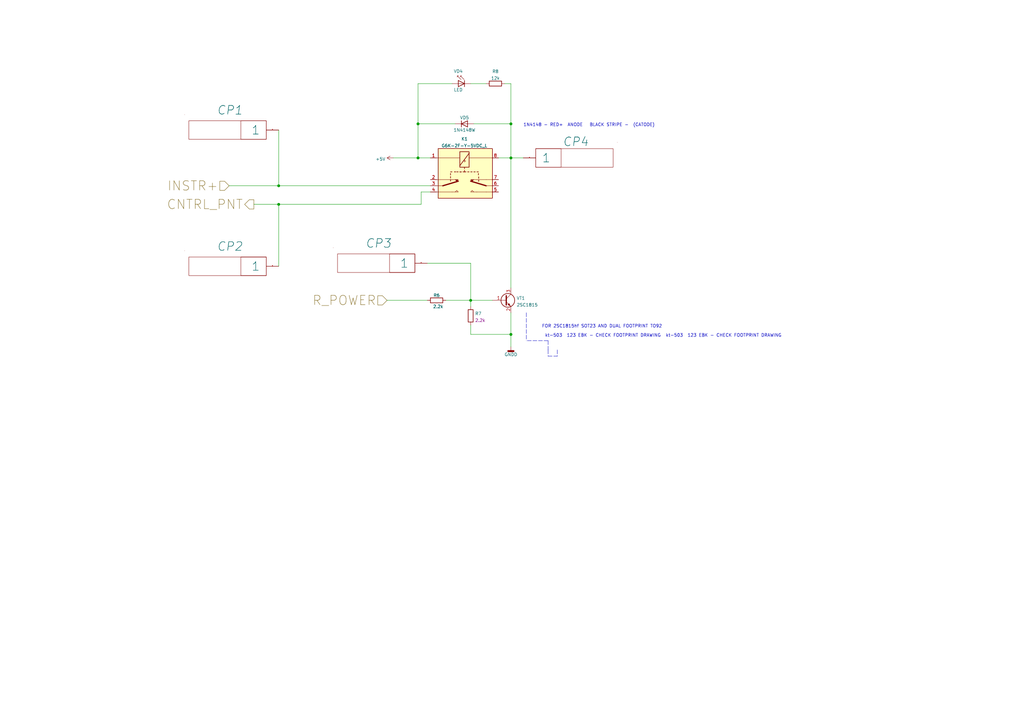
<source format=kicad_sch>
(kicad_sch (version 20210621) (generator eeschema)

  (uuid b1c3f166-4e03-4521-a05b-21af1db75cfa)

  (paper "A3")

  (lib_symbols
    (symbol "Diode:1N4148W" (pin_numbers hide) (pin_names (offset 1.016) hide) (in_bom yes) (on_board yes)
      (property "Reference" "D" (id 0) (at 0 2.54 0)
        (effects (font (size 1.27 1.27)))
      )
      (property "Value" "1N4148W" (id 1) (at 0 -2.54 0)
        (effects (font (size 1.27 1.27)))
      )
      (property "Footprint" "Diode_SMD:D_SOD-123" (id 2) (at 0 -4.445 0)
        (effects (font (size 1.27 1.27)) hide)
      )
      (property "Datasheet" "https://www.vishay.com/docs/85748/1n4148w.pdf" (id 3) (at 0 0 0)
        (effects (font (size 1.27 1.27)) hide)
      )
      (property "ki_keywords" "diode" (id 4) (at 0 0 0)
        (effects (font (size 1.27 1.27)) hide)
      )
      (property "ki_description" "75V 0.15A Fast Switching Diode, SOD-123" (id 5) (at 0 0 0)
        (effects (font (size 1.27 1.27)) hide)
      )
      (property "ki_fp_filters" "D*SOD?123*" (id 6) (at 0 0 0)
        (effects (font (size 1.27 1.27)) hide)
      )
      (symbol "1N4148W_0_1"
        (polyline
          (pts
            (xy -1.27 1.27)
            (xy -1.27 -1.27)
          )
          (stroke (width 0.254)) (fill (type none))
        )
        (polyline
          (pts
            (xy 1.27 0)
            (xy -1.27 0)
          )
          (stroke (width 0)) (fill (type none))
        )
        (polyline
          (pts
            (xy 1.27 1.27)
            (xy 1.27 -1.27)
            (xy -1.27 0)
            (xy 1.27 1.27)
          )
          (stroke (width 0.254)) (fill (type none))
        )
      )
      (symbol "1N4148W_1_1"
        (pin passive line (at -3.81 0 0) (length 2.54)
          (name "K" (effects (font (size 1.27 1.27))))
          (number "1" (effects (font (size 1.27 1.27))))
        )
        (pin passive line (at 3.81 0 180) (length 2.54)
          (name "A" (effects (font (size 1.27 1.27))))
          (number "2" (effects (font (size 1.27 1.27))))
        )
      )
    )
    (symbol "[LTM][Resistors][É1-12][0805][2012M][5]:R1-12-0,125-12kOhm-5%-M" (pin_numbers hide) (pin_names (offset 0) hide) (in_bom yes) (on_board yes)
      (property "Reference" "R" (id 0) (at 0 3.81 0)
        (effects (font (size 2.0066 2.0066) italic))
      )
      (property "Value" "R1-12-0,125-12kOhm-5%-M" (id 1) (at 1.27 82.55 0)
        (effects (font (size 2.54 2.54) italic) hide)
      )
      (property "Footprint" "[LTM][FP][Resistors]:[LTM][R][0805][2012M]" (id 2) (at 0 78.74 0)
        (effects (font (size 2.54 2.54) italic) hide)
      )
      (property "Datasheet" "LTM_DataSheet/Каталог_ОАО_НПО_ЭРКОН.pdf" (id 3) (at 0 74.93 0)
        (effects (font (size 2.54 2.54) italic) hide)
      )
      (property "ValueName" "12 к" (id 4) (at 0 -3.81 0)
        (effects (font (size 2.0066 2.0066) italic))
      )
      (property "ValueGroup" "Резисторы" (id 5) (at 0 71.12 0)
        (effects (font (size 2.54 2.54) italic) hide)
      )
      (property "ValueGOST" "Р1-12-0,125-12 кОм ±5%-М-\"А\"" (id 6) (at 0 67.31 0)
        (effects (font (size 2.54 2.54) italic) hide)
      )
      (property "ValueTU" "АЛЯР.434110.005 ТУ" (id 7) (at 0 63.5 0)
        (effects (font (size 2.54 2.54) italic) hide)
      )
      (property "ValueManufacturer" "ОАО НПО «ЭРКОН»" (id 8) (at 0 59.69 0)
        (effects (font (size 2.54 2.54) italic) hide)
      )
      (property "ValueTemp_1" "АЛЯР.434110.005 ТУ" (id 9) (at 0 55.88 0)
        (effects (font (size 2.54 2.54) italic) hide)
      )
      (property "ValueSupplier" "ОАО НПО «ЭРКОН»" (id 10) (at 0 52.07 0)
        (effects (font (size 2.54 2.54) italic) hide)
      )
      (property "ValueAnalog" "SMD-0805-0,125Вт-12кОм±5%" (id 11) (at 0 48.26 0)
        (effects (font (size 2.54 2.54) italic) hide)
      )
      (property "ValueTemperature" "от минус 60 ⁰C до + 155 ⁰C" (id 12) (at 0 44.45 0)
        (effects (font (size 2.54 2.54) italic) hide)
      )
      (property "ValueNote" "-" (id 13) (at 0 40.64 0)
        (effects (font (size 2.54 2.54) italic) hide)
      )
      (property "ValueTemp_2" "-" (id 14) (at 0 38.1 0)
        (effects (font (size 2.54 2.54) italic) hide)
      )
      (property "ValueTemp_3" "-" (id 15) (at 0 35.56 0)
        (effects (font (size 2.54 2.54) italic) hide)
      )
      (property "ValueTemp_4" "-" (id 16) (at 0 33.02 0)
        (effects (font (size 2.54 2.54) italic) hide)
      )
      (property "ValueTemp_5" "-" (id 17) (at 0 30.48 0)
        (effects (font (size 2.54 2.54) italic) hide)
      )
      (property "ValueR" "12000" (id 18) (at 0 27.94 0)
        (effects (font (size 2.54 2.54) italic) hide)
      )
      (property "ki_description" "Резистор керамический толстопленочный" (id 19) (at 0 0 0)
        (effects (font (size 1.27 1.27)) hide)
      )
      (property "ki_fp_filters" "[LTM][R]* R_*" (id 20) (at 0 0 0)
        (effects (font (size 1.27 1.27)) hide)
      )
      (symbol "R1-12-0,125-12kOhm-5%-M_0_1"
        (rectangle (start -5.08 1.905) (end 5.08 -1.905)
          (stroke (width 0)) (fill (type none))
        )
      )
      (symbol "R1-12-0,125-12kOhm-5%-M_1_1"
        (pin passive line (at -10.16 0 0) (length 5.08)
          (name "~" (effects (font (size 2.54 2.54))))
          (number "1" (effects (font (size 2.54 2.54))))
        )
        (pin passive line (at 10.16 0 180) (length 5.08)
          (name "~" (effects (font (size 2.54 2.54))))
          (number "2" (effects (font (size 2.54 2.54))))
        )
      )
    )
    (symbol "[LTM][Resistors][É1-12][0805][2012M][5]:R1-12-0,125-2,2kOhm-5%-M" (pin_numbers hide) (pin_names (offset 0) hide) (in_bom yes) (on_board yes)
      (property "Reference" "R" (id 0) (at 0 3.81 0)
        (effects (font (size 2.0066 2.0066) italic))
      )
      (property "Value" "R1-12-0,125-2,2kOhm-5%-M" (id 1) (at 1.27 82.55 0)
        (effects (font (size 2.54 2.54) italic) hide)
      )
      (property "Footprint" "[LTM][FP][Resistors]:[LTM][R][0805][2012M]" (id 2) (at 0 78.74 0)
        (effects (font (size 2.54 2.54) italic) hide)
      )
      (property "Datasheet" "LTM_DataSheet/Каталог_ОАО_НПО_ЭРКОН.pdf" (id 3) (at 0 74.93 0)
        (effects (font (size 2.54 2.54) italic) hide)
      )
      (property "ValueName" "2,2 к" (id 4) (at 0 -3.81 0)
        (effects (font (size 2.0066 2.0066) italic))
      )
      (property "ValueGroup" "Резисторы" (id 5) (at 0 71.12 0)
        (effects (font (size 2.54 2.54) italic) hide)
      )
      (property "ValueGOST" "Р1-12-0,125-2,2 кОм ±5%-М-\"А\"" (id 6) (at 0 67.31 0)
        (effects (font (size 2.54 2.54) italic) hide)
      )
      (property "ValueTU" "АЛЯР.434110.005 ТУ" (id 7) (at 0 63.5 0)
        (effects (font (size 2.54 2.54) italic) hide)
      )
      (property "ValueManufacturer" "ОАО НПО «ЭРКОН»" (id 8) (at 0 59.69 0)
        (effects (font (size 2.54 2.54) italic) hide)
      )
      (property "ValueTemp_1" "АЛЯР.434110.005 ТУ" (id 9) (at 0 55.88 0)
        (effects (font (size 2.54 2.54) italic) hide)
      )
      (property "ValueSupplier" "ОАО НПО «ЭРКОН»" (id 10) (at 0 52.07 0)
        (effects (font (size 2.54 2.54) italic) hide)
      )
      (property "ValueAnalog" "SMD-0805-0,125Вт-2,2кОм±5%" (id 11) (at 0 48.26 0)
        (effects (font (size 2.54 2.54) italic) hide)
      )
      (property "ValueTemperature" "от минус 60 ⁰C до + 155 ⁰C" (id 12) (at 0 44.45 0)
        (effects (font (size 2.54 2.54) italic) hide)
      )
      (property "ValueNote" "-" (id 13) (at 0 40.64 0)
        (effects (font (size 2.54 2.54) italic) hide)
      )
      (property "ValueTemp_2" "-" (id 14) (at 0 38.1 0)
        (effects (font (size 2.54 2.54) italic) hide)
      )
      (property "ValueTemp_3" "-" (id 15) (at 0 35.56 0)
        (effects (font (size 2.54 2.54) italic) hide)
      )
      (property "ValueTemp_4" "-" (id 16) (at 0 33.02 0)
        (effects (font (size 2.54 2.54) italic) hide)
      )
      (property "ValueTemp_5" "-" (id 17) (at 0 30.48 0)
        (effects (font (size 2.54 2.54) italic) hide)
      )
      (property "ValueR" "2200" (id 18) (at 0 27.94 0)
        (effects (font (size 2.54 2.54) italic) hide)
      )
      (property "ki_description" "Резистор керамический толстопленочный" (id 19) (at 0 0 0)
        (effects (font (size 1.27 1.27)) hide)
      )
      (property "ki_fp_filters" "[LTM][R]* R_*" (id 20) (at 0 0 0)
        (effects (font (size 1.27 1.27)) hide)
      )
      (symbol "R1-12-0,125-2,2kOhm-5%-M_0_1"
        (rectangle (start -5.08 1.905) (end 5.08 -1.905)
          (stroke (width 0)) (fill (type none))
        )
      )
      (symbol "R1-12-0,125-2,2kOhm-5%-M_1_1"
        (pin passive line (at -10.16 0 0) (length 5.08)
          (name "~" (effects (font (size 2.54 2.54))))
          (number "1" (effects (font (size 2.54 2.54))))
        )
        (pin passive line (at 10.16 0 180) (length 5.08)
          (name "~" (effects (font (size 2.54 2.54))))
          (number "2" (effects (font (size 2.54 2.54))))
        )
      )
    )
    (symbol "my_Library:12k" (pin_numbers hide) (pin_names (offset 0)) (in_bom yes) (on_board yes)
      (property "Reference" "R" (id 0) (at 0 2.032 0)
        (effects (font (size 1.27 1.27)))
      )
      (property "Value" "12k" (id 1) (at 0.635 -2.54 0)
        (effects (font (size 1.27 1.27)))
      )
      (property "Footprint" "my_Library_ftprint:R_0805_2012Metric" (id 2) (at 0 -1.778 0)
        (effects (font (size 1.27 1.27)) hide)
      )
      (property "Datasheet" "~" (id 3) (at 0 0 90)
        (effects (font (size 1.27 1.27)) hide)
      )
      (property "ki_keywords" "R res resistor" (id 4) (at 0 0 0)
        (effects (font (size 1.27 1.27)) hide)
      )
      (property "ki_description" "Resistor" (id 5) (at 0 0 0)
        (effects (font (size 1.27 1.27)) hide)
      )
      (property "ki_fp_filters" "R_*" (id 6) (at 0 0 0)
        (effects (font (size 1.27 1.27)) hide)
      )
      (symbol "12k_0_1"
        (rectangle (start 2.54 -1.016) (end -2.54 1.016)
          (stroke (width 0.254)) (fill (type none))
        )
      )
      (symbol "12k_1_1"
        (pin passive line (at -3.81 0 0) (length 1.27)
          (name "~" (effects (font (size 1.27 1.27))))
          (number "1" (effects (font (size 1.27 1.27))))
        )
        (pin passive line (at 3.81 0 180) (length 1.27)
          (name "~" (effects (font (size 1.27 1.27))))
          (number "2" (effects (font (size 1.27 1.27))))
        )
      )
    )
    (symbol "my_Library:1N4148W" (pin_numbers hide) (pin_names (offset 1.016) hide) (in_bom yes) (on_board yes)
      (property "Reference" "VD" (id 0) (at 0 2.54 0)
        (effects (font (size 1.27 1.27)))
      )
      (property "Value" "1N4148W" (id 1) (at 0 -2.54 0)
        (effects (font (size 1.27 1.27)))
      )
      (property "Footprint" "my_Library_ftprint:D_SOD-123" (id 2) (at 0 -4.445 0)
        (effects (font (size 1.27 1.27)) hide)
      )
      (property "Datasheet" "https://assets.nexperia.com/documents/data-sheet/1N4148_1N4448.pdf" (id 3) (at 0 0 0)
        (effects (font (size 1.27 1.27)) hide)
      )
      (property "ki_keywords" "diode" (id 4) (at 0 0 0)
        (effects (font (size 1.27 1.27)) hide)
      )
      (property "ki_description" "100V 0.15A standard switching diode, DO-35" (id 5) (at 0 0 0)
        (effects (font (size 1.27 1.27)) hide)
      )
      (property "ki_fp_filters" "D*DO?35*" (id 6) (at 0 0 0)
        (effects (font (size 1.27 1.27)) hide)
      )
      (symbol "1N4148W_0_1"
        (polyline
          (pts
            (xy -1.27 1.27)
            (xy -1.27 -1.27)
          )
          (stroke (width 0.254)) (fill (type none))
        )
        (polyline
          (pts
            (xy 1.27 0)
            (xy -1.27 0)
          )
          (stroke (width 0)) (fill (type none))
        )
        (polyline
          (pts
            (xy 1.27 1.27)
            (xy 1.27 -1.27)
            (xy -1.27 0)
            (xy 1.27 1.27)
          )
          (stroke (width 0.254)) (fill (type none))
        )
      )
      (symbol "1N4148W_1_1"
        (pin passive line (at -3.81 0 0) (length 2.54)
          (name "K" (effects (font (size 1.27 1.27))))
          (number "1" (effects (font (size 1.27 1.27))))
        )
        (pin passive line (at 3.81 0 180) (length 2.54)
          (name "A" (effects (font (size 1.27 1.27))))
          (number "2" (effects (font (size 1.27 1.27))))
        )
      )
    )
    (symbol "my_Library:2.2k" (pin_numbers hide) (pin_names (offset 0)) (in_bom yes) (on_board yes)
      (property "Reference" "R" (id 0) (at 0 2.032 0)
        (effects (font (size 1.27 1.27)))
      )
      (property "Value" "2.2k" (id 1) (at 0.635 -2.54 0)
        (effects (font (size 1.27 1.27)))
      )
      (property "Footprint" "my_Library_ftprint:R_0805_2012Metric" (id 2) (at 0 -1.778 0)
        (effects (font (size 1.27 1.27)) hide)
      )
      (property "Datasheet" "~" (id 3) (at 0 0 90)
        (effects (font (size 1.27 1.27)) hide)
      )
      (property "ki_keywords" "R res resistor" (id 4) (at 0 0 0)
        (effects (font (size 1.27 1.27)) hide)
      )
      (property "ki_description" "Resistor" (id 5) (at 0 0 0)
        (effects (font (size 1.27 1.27)) hide)
      )
      (property "ki_fp_filters" "R_*" (id 6) (at 0 0 0)
        (effects (font (size 1.27 1.27)) hide)
      )
      (symbol "2.2k_0_1"
        (rectangle (start 2.54 -1.016) (end -2.54 1.016)
          (stroke (width 0.254)) (fill (type none))
        )
      )
      (symbol "2.2k_1_1"
        (pin passive line (at -3.81 0 0) (length 1.27)
          (name "~" (effects (font (size 1.27 1.27))))
          (number "1" (effects (font (size 1.27 1.27))))
        )
        (pin passive line (at 3.81 0 180) (length 1.27)
          (name "~" (effects (font (size 1.27 1.27))))
          (number "2" (effects (font (size 1.27 1.27))))
        )
      )
    )
    (symbol "my_Library:2.2kvert" (pin_numbers hide) (pin_names (offset 0)) (in_bom yes) (on_board yes)
      (property "Reference" "R" (id 0) (at 3.175 1.905 0)
        (effects (font (size 1.27 1.27)))
      )
      (property "Value" "2.2kvert" (id 1) (at -7.62 0 0)
        (effects (font (size 1.27 1.27)) hide)
      )
      (property "Footprint" "my_Library_ftprint:R_0805_2012Metric" (id 2) (at -1.778 0 90)
        (effects (font (size 1.27 1.27)) hide)
      )
      (property "Datasheet" "~" (id 3) (at 0 0 0)
        (effects (font (size 1.27 1.27)) hide)
      )
      (property "volume" "2.2k" (id 4) (at 3.81 -1.27 0)
        (effects (font (size 1.27 1.27)))
      )
      (property "Field5" "" (id 5) (at 0 0 0)
        (effects (font (size 1.27 1.27)))
      )
      (property "ki_keywords" "R res resistor" (id 6) (at 0 0 0)
        (effects (font (size 1.27 1.27)) hide)
      )
      (property "ki_description" "Resistor" (id 7) (at 0 0 0)
        (effects (font (size 1.27 1.27)) hide)
      )
      (property "ki_fp_filters" "R_*" (id 8) (at 0 0 0)
        (effects (font (size 1.27 1.27)) hide)
      )
      (symbol "2.2kvert_0_1"
        (rectangle (start -1.016 -2.54) (end 1.016 2.54)
          (stroke (width 0.254)) (fill (type none))
        )
      )
      (symbol "2.2kvert_1_1"
        (pin passive line (at 0 3.81 270) (length 1.27)
          (name "~" (effects (font (size 1.27 1.27))))
          (number "1" (effects (font (size 1.27 1.27))))
        )
        (pin passive line (at 0 -3.81 90) (length 1.27)
          (name "~" (effects (font (size 1.27 1.27))))
          (number "2" (effects (font (size 1.27 1.27))))
        )
      )
    )
    (symbol "my_Library:2SC1815" (pin_names (offset 0) hide) (in_bom yes) (on_board yes)
      (property "Reference" "VT" (id 0) (at 5.08 1.905 0)
        (effects (font (size 1.27 1.27)) (justify left))
      )
      (property "Value" "2SC1815" (id 1) (at 5.08 0 0)
        (effects (font (size 1.27 1.27)) (justify left))
      )
      (property "Footprint" "my_Library_ftprint:SOT-23_MY_C_E_Silk" (id 2) (at 5.08 -1.905 0)
        (effects (font (size 1.27 1.27) italic) (justify left) hide)
      )
      (property "Datasheet" "https://media.digikey.com/pdf/Data%20Sheets/Toshiba%20PDFs/2SC1815.pdf" (id 3) (at 0 0 0)
        (effects (font (size 1.27 1.27)) (justify left) hide)
      )
      (property "ki_keywords" "Low Noise Audio NPN Transistor" (id 4) (at 0 0 0)
        (effects (font (size 1.27 1.27)) hide)
      )
      (property "ki_description" "0.15A Ic, 50V Vce, Low Noise Audio NPN Transistor, TO-92" (id 5) (at 0 0 0)
        (effects (font (size 1.27 1.27)) hide)
      )
      (property "ki_fp_filters" "TO?92*" (id 6) (at 0 0 0)
        (effects (font (size 1.27 1.27)) hide)
      )
      (symbol "2SC1815_0_1"
        (circle (center 1.27 0) (radius 2.8194) (stroke (width 0.254)) (fill (type none)))
        (polyline
          (pts
            (xy 0 0)
            (xy 0.508 0)
          )
          (stroke (width 0)) (fill (type none))
        )
        (polyline
          (pts
            (xy 0.635 0.635)
            (xy 2.54 2.54)
          )
          (stroke (width 0)) (fill (type none))
        )
        (polyline
          (pts
            (xy 0.635 -0.635)
            (xy 2.54 -2.54)
            (xy 2.54 -2.54)
          )
          (stroke (width 0)) (fill (type none))
        )
        (polyline
          (pts
            (xy 0.635 1.905)
            (xy 0.635 -1.905)
            (xy 0.635 -1.905)
          )
          (stroke (width 0.508)) (fill (type none))
        )
        (polyline
          (pts
            (xy 1.27 -1.778)
            (xy 1.778 -1.27)
            (xy 2.286 -2.286)
            (xy 1.27 -1.778)
            (xy 1.27 -1.778)
          )
          (stroke (width 0)) (fill (type outline))
        )
      )
      (symbol "2SC1815_1_1"
        (pin input line (at -5.08 0 0) (length 5.08)
          (name "B" (effects (font (size 1.27 1.27))))
          (number "1" (effects (font (size 1.27 1.27))))
        )
        (pin passive line (at 2.54 -5.08 90) (length 2.54)
          (name "E" (effects (font (size 1.27 1.27))))
          (number "2" (effects (font (size 1.27 1.27))))
        )
        (pin passive line (at 2.54 5.08 270) (length 2.54)
          (name "C" (effects (font (size 1.27 1.27))))
          (number "3" (effects (font (size 1.27 1.27))))
        )
      )
    )
    (symbol "my_Library:2SC1815_SOT_23" (pin_names (offset 0) hide) (in_bom yes) (on_board yes)
      (property "Reference" "Q" (id 0) (at 5.08 1.905 0)
        (effects (font (size 1.27 1.27)) (justify left))
      )
      (property "Value" "2SC1815_SOT_23" (id 1) (at 5.08 0 0)
        (effects (font (size 1.27 1.27)) (justify left))
      )
      (property "Footprint" "Package_TO_SOT_SMD:SOT-23" (id 2) (at 5.08 -1.905 0)
        (effects (font (size 1.27 1.27) italic) (justify left) hide)
      )
      (property "Datasheet" "https://media.digikey.com/pdf/Data%20Sheets/Toshiba%20PDFs/2SC1815.pdf" (id 3) (at 0 0 0)
        (effects (font (size 1.27 1.27)) (justify left) hide)
      )
      (property "ki_keywords" "Low Noise Audio NPN Transistor" (id 4) (at 0 0 0)
        (effects (font (size 1.27 1.27)) hide)
      )
      (property "ki_description" "0.15A Ic, 50V Vce, Low Noise Audio NPN Transistor, TO-92/SOT23" (id 5) (at 0 0 0)
        (effects (font (size 1.27 1.27)) hide)
      )
      (property "ki_fp_filters" "TO?92*" (id 6) (at 0 0 0)
        (effects (font (size 1.27 1.27)) hide)
      )
      (symbol "2SC1815_SOT_23_0_1"
        (circle (center 1.27 0) (radius 2.8194) (stroke (width 0.254)) (fill (type none)))
        (polyline
          (pts
            (xy 0 0)
            (xy 0.508 0)
          )
          (stroke (width 0)) (fill (type none))
        )
        (polyline
          (pts
            (xy 0.635 0.635)
            (xy 2.54 2.54)
          )
          (stroke (width 0)) (fill (type none))
        )
        (polyline
          (pts
            (xy 0.635 -0.635)
            (xy 2.54 -2.54)
            (xy 2.54 -2.54)
          )
          (stroke (width 0)) (fill (type none))
        )
        (polyline
          (pts
            (xy 0.635 1.905)
            (xy 0.635 -1.905)
            (xy 0.635 -1.905)
          )
          (stroke (width 0.508)) (fill (type none))
        )
        (polyline
          (pts
            (xy 1.27 -1.778)
            (xy 1.778 -1.27)
            (xy 2.286 -2.286)
            (xy 1.27 -1.778)
            (xy 1.27 -1.778)
          )
          (stroke (width 0)) (fill (type outline))
        )
      )
      (symbol "2SC1815_SOT_23_1_1"
        (pin input line (at -5.08 0 0) (length 5.08)
          (name "1" (effects (font (size 1.27 1.27))))
          (number "1" (effects (font (size 1.27 1.27))))
        )
        (pin passive line (at 2.54 -5.08 90) (length 2.54)
          (name "E" (effects (font (size 1.27 1.27))))
          (number "2" (effects (font (size 1.27 1.27))))
        )
        (pin passive line (at 2.54 5.08 270) (length 2.54)
          (name "C" (effects (font (size 1.27 1.27))))
          (number "3" (effects (font (size 1.27 1.27))))
        )
      )
    )
    (symbol "my_Library:CP" (pin_numbers hide) (pin_names (offset 0) hide) (in_bom yes) (on_board yes)
      (property "Reference" "CP?" (id 0) (at -16.51 5.08 0)
        (effects (font (size 2.0066 2.0066) italic))
      )
      (property "Value" "CP" (id 1) (at -101.6 0 0)
        (effects (font (size 2.0066 2.0066) italic) hide)
      )
      (property "Footprint" "[LTM][FP][Connectors][SNP346]:[LTM][X][1x01][P2.54mm][V][PH]" (id 2) (at -101.6 -2.54 0)
        (effects (font (size 2.0066 2.0066) italic) hide)
      )
      (property "Datasheet" "C:/Program Files/KiCad/share/LTM_DataSheet/Каталог_АО_Электродеталь.pdf" (id 3) (at -101.6 -5.08 0)
        (effects (font (size 2.0066 2.0066) italic) hide)
      )
      (property "ValueName" "Вилка СНП346-1ВП22-1" (id 4) (at -17.5895 13.097 0)
        (effects (font (size 2.0066 2.0066) italic) hide)
      )
      (property "ValueGroup" "Соединители" (id 5) (at -101.6 -7.62 0)
        (effects (font (size 2.0066 2.0066) italic) hide)
      )
      (property "ValueGOST" "Вилка СНП346-1ВП22-1" (id 6) (at -101.6 -10.16 0)
        (effects (font (size 2.0066 2.0066) italic) hide)
      )
      (property "ValueTU" "РЮМК.430420.011ТУ" (id 7) (at -101.6 -12.7 0)
        (effects (font (size 2.0066 2.0066) italic) hide)
      )
      (property "ValueManufacturer" "ф. АО «Электродеталь»" (id 8) (at -101.6 -15.24 0)
        (effects (font (size 2.0066 2.0066) italic) hide)
      )
      (property "ValueTemp_1" "РЮМК.430420.011ТУ" (id 9) (at -101.6 -17.78 0)
        (effects (font (size 2.0066 2.0066) italic) hide)
      )
      (property "ValueSupplier" "ф. АО «Электродеталь»" (id 10) (at -101.6 -20.32 0)
        (effects (font (size 2.0066 2.0066) italic) hide)
      )
      (property "ValueAnalog" "PLS-1" (id 11) (at -101.6 -22.86 0)
        (effects (font (size 2.0066 2.0066) italic) hide)
      )
      (property "ValueTemperature" "от минус 60 ⁰C до + 85 ⁰C" (id 12) (at -101.6 -25.4 0)
        (effects (font (size 2.0066 2.0066) italic) hide)
      )
      (property "ValueNote" "-" (id 13) (at -101.6 -27.94 0)
        (effects (font (size 2.0066 2.0066) italic) hide)
      )
      (property "ValueTemp_2" "-" (id 14) (at -101.6 -30.48 0)
        (effects (font (size 2.0066 2.0066) italic) hide)
      )
      (property "ValueTemp_3" "-" (id 15) (at -101.6 -33.02 0)
        (effects (font (size 2.0066 2.0066) italic) hide)
      )
      (property "ValueTemp_4" "-" (id 16) (at -101.6 -35.56 0)
        (effects (font (size 2.0066 2.0066) italic) hide)
      )
      (property "ValueTemp_5" "-" (id 17) (at -101.6 -38.1 0)
        (effects (font (size 2.0066 2.0066) italic) hide)
      )
      (property "PIN1" "1" (id 18) (at -17.5895 8.86 0)
        (effects (font (size 2.0066 2.0066) italic) hide)
      )
      (property "ki_keywords" "СНП346, PLS" (id 19) (at 0 0 0)
        (effects (font (size 1.27 1.27)) hide)
      )
      (property "ki_description" "Вилка на плату прямая однорядная, шаг = 2,54 мм" (id 20) (at 0 0 0)
        (effects (font (size 1.27 1.27)) hide)
      )
      (property "ki_fp_filters" "*[LTM][FP][Connectors][SNP346]:[LTM][X]*" (id 21) (at 0 0 0)
        (effects (font (size 1.27 1.27)) hide)
      )
      (symbol "CP_0_0"
        (rectangle (start -35.56 2.54) (end -5.08 -2.54)
          (stroke (width 0)) (fill (type none))
        )
        (polyline
          (pts
            (xy -35.56 2.54)
            (xy -5.08 2.54)
          )
          (stroke (width 0)) (fill (type none))
        )
        (polyline
          (pts
            (xy -15.24 2.54)
            (xy -15.24 -2.54)
          )
          (stroke (width 0)) (fill (type none))
        )
      )
      (symbol "CP_1_1"
        (text "1" (at -10.414 0 0)
          (effects (font (size 2.0066 2.0066) italic))
        )
        (pin passive line (at 0 0 180) (length 5.08)
          (name "1" (effects (font (size 2.0066 2.0066))))
          (number "1" (effects (font (size 2.0066 2.0066))))
        )
      )
    )
    (symbol "my_Library:CP_L" (pin_names (offset 2.54)) (in_bom yes) (on_board yes)
      (property "Reference" "CP" (id 0) (at -21.336 7.874 0)
        (effects (font (size 3.556 3.556) italic))
      )
      (property "Value" "CP_L" (id 1) (at -101.6 0 0)
        (effects (font (size 2.0066 2.0066) italic) hide)
      )
      (property "Footprint" "my_Library_ftprint:PinHeader_1x01_P2.54mm_Vertical" (id 2) (at -101.6 -2.54 0)
        (effects (font (size 2.0066 2.0066) italic) hide)
      )
      (property "Datasheet" "" (id 3) (at -101.6 -5.08 0)
        (effects (font (size 2.0066 2.0066) italic) hide)
      )
      (property "ValueName" "ВИЛКА НА ПЛАТУ 2.5 ММ ШАГ" (id 4) (at -21.336 -23.622 0)
        (effects (font (size 2.0066 2.0066) italic) hide)
      )
      (property "ValueGroup" "Соединители" (id 5) (at -101.6 -7.62 0)
        (effects (font (size 2.0066 2.0066) italic) hide)
      )
      (property "ValueGOST" "розетка СНП346-5PП21-1" (id 6) (at -101.6 -10.16 0)
        (effects (font (size 2.0066 2.0066) italic) hide)
      )
      (property "ValueTU" "РЮМК.430420.011ТУ" (id 7) (at -101.6 -12.7 0)
        (effects (font (size 2.0066 2.0066) italic) hide)
      )
      (property "ValueManufacturer" "ф. АО «Электродеталь»" (id 8) (at -101.6 -15.24 0)
        (effects (font (size 2.0066 2.0066) italic) hide)
      )
      (property "ValueTemp_1" "РЮМК.430420.011ТУ" (id 9) (at -101.6 -17.78 0)
        (effects (font (size 2.0066 2.0066) italic) hide)
      )
      (property "ValueSupplier" "ф. АО «Электродеталь»" (id 10) (at -101.6 -20.32 0)
        (effects (font (size 2.0066 2.0066) italic) hide)
      )
      (property "ValueAnalog" "PLD-10 DS-1021" (id 11) (at -101.6 -22.86 0)
        (effects (font (size 2.0066 2.0066) italic) hide)
      )
      (property "ValueTemperature" "от минус 60 ⁰C до + 85 ⁰C" (id 12) (at -101.6 -25.4 0)
        (effects (font (size 2.0066 2.0066) italic) hide)
      )
      (property "ValueNote" "-" (id 13) (at -101.6 -27.94 0)
        (effects (font (size 2.0066 2.0066) italic) hide)
      )
      (property "ValueTemp_2" "-" (id 14) (at -101.6 -30.48 0)
        (effects (font (size 2.0066 2.0066) italic) hide)
      )
      (property "ValueTemp_3" "-" (id 15) (at -101.6 -33.02 0)
        (effects (font (size 2.0066 2.0066) italic) hide)
      )
      (property "ValueTemp_4" "-" (id 16) (at -101.6 -35.56 0)
        (effects (font (size 2.0066 2.0066) italic) hide)
      )
      (property "ValueTemp_5" "-" (id 17) (at -101.6 -38.1 0)
        (effects (font (size 2.0066 2.0066) italic) hide)
      )
      (property "PIN1" "  " (id 18) (at -12.6362 37.9594 0)
        (effects (font (size 2.0066 2.0066) italic))
      )
      (property "PIN2" "   " (id 19) (at -12.6362 33.7224 0)
        (effects (font (size 2.0066 2.0066) italic))
      )
      (property "PIN3" " " (id 20) (at -12.6362 29.4854 0)
        (effects (font (size 2.0066 2.0066) italic))
      )
      (property "PIN4" "  " (id 21) (at -12.6362 25.2484 0)
        (effects (font (size 2.0066 2.0066) italic))
      )
      (property "PIN5" " " (id 22) (at -12.6362 21.0114 0)
        (effects (font (size 2.0066 2.0066) italic))
      )
      (property "ki_fp_filters" "[LTM][FP][Connectors][SNP346]:[LTM][X]*" (id 23) (at 0 0 0)
        (effects (font (size 1.27 1.27)) hide)
      )
      (symbol "CP_L_0_0"
        (pin passive line (at 0 0 180) (length 5.08)
          (name "1" (effects (font (size 3.556 3.556))))
          (number "1" (effects (font (size 0.0254 0.0254))))
        )
      )
      (symbol "CP_L_1_1"
        (text " " (at 9.906 -12.7 0)
          (effects (font (size 2.0066 2.0066) italic))
        )
        (text " " (at 9.906 -7.62 0)
          (effects (font (size 2.0066 2.0066) italic))
        )
        (text " " (at 9.906 -2.54 0)
          (effects (font (size 2.0066 2.0066) italic))
        )
        (text " " (at 9.906 2.54 0)
          (effects (font (size 2.0066 2.0066) italic))
        )
        (text " " (at 9.906 17.78 0)
          (effects (font (size 2.0066 2.0066) italic))
        )
        (text " " (at 12.446 -34.29 0)
          (effects (font (size 2.0066 2.0066) italic))
        )
        (text " " (at 12.446 -29.21 0)
          (effects (font (size 2.0066 2.0066) italic))
        )
        (text " " (at 12.446 -24.13 0)
          (effects (font (size 2.0066 2.0066) italic))
        )
        (rectangle (start -38.608 6.35) (end -38.608 6.35)
          (stroke (width 0)) (fill (type none))
        )
        (rectangle (start -36.83 3.81) (end -5.08 -3.81)
          (stroke (width 0)) (fill (type none))
        )
        (rectangle (start -15.494 3.81) (end -5.08 -3.81)
          (stroke (width 0)) (fill (type none))
        )
      )
    )
    (symbol "my_Library:CP_R" (pin_names (offset 2.54)) (in_bom yes) (on_board yes)
      (property "Reference" "CP" (id 0) (at -21.336 7.874 0)
        (effects (font (size 3.556 3.556) italic))
      )
      (property "Value" "CP_R" (id 1) (at -101.6 0 0)
        (effects (font (size 2.0066 2.0066) italic) hide)
      )
      (property "Footprint" "my_Library_ftprint:PinHeader_1x01_P2.54mm_Vertical" (id 2) (at -101.6 -2.54 0)
        (effects (font (size 2.0066 2.0066) italic) hide)
      )
      (property "Datasheet" "" (id 3) (at -101.6 -5.08 0)
        (effects (font (size 2.0066 2.0066) italic) hide)
      )
      (property "ValueName" "ВИЛКА НА ПЛАТУ 2.5 ММ ШАГ" (id 4) (at -21.336 -23.622 0)
        (effects (font (size 2.0066 2.0066) italic) hide)
      )
      (property "ValueGroup" "Соединители" (id 5) (at -101.6 -7.62 0)
        (effects (font (size 2.0066 2.0066) italic) hide)
      )
      (property "ValueGOST" "розетка СНП346-5PП21-1" (id 6) (at -101.6 -10.16 0)
        (effects (font (size 2.0066 2.0066) italic) hide)
      )
      (property "ValueTU" "РЮМК.430420.011ТУ" (id 7) (at -101.6 -12.7 0)
        (effects (font (size 2.0066 2.0066) italic) hide)
      )
      (property "ValueManufacturer" "ф. АО «Электродеталь»" (id 8) (at -101.6 -15.24 0)
        (effects (font (size 2.0066 2.0066) italic) hide)
      )
      (property "ValueTemp_1" "РЮМК.430420.011ТУ" (id 9) (at -101.6 -17.78 0)
        (effects (font (size 2.0066 2.0066) italic) hide)
      )
      (property "ValueSupplier" "ф. АО «Электродеталь»" (id 10) (at -101.6 -20.32 0)
        (effects (font (size 2.0066 2.0066) italic) hide)
      )
      (property "ValueAnalog" "PLD-10 DS-1021" (id 11) (at -101.6 -22.86 0)
        (effects (font (size 2.0066 2.0066) italic) hide)
      )
      (property "ValueTemperature" "от минус 60 ⁰C до + 85 ⁰C" (id 12) (at -101.6 -25.4 0)
        (effects (font (size 2.0066 2.0066) italic) hide)
      )
      (property "ValueNote" "-" (id 13) (at -101.6 -27.94 0)
        (effects (font (size 2.0066 2.0066) italic) hide)
      )
      (property "ValueTemp_2" "-" (id 14) (at -101.6 -30.48 0)
        (effects (font (size 2.0066 2.0066) italic) hide)
      )
      (property "ValueTemp_3" "-" (id 15) (at -101.6 -33.02 0)
        (effects (font (size 2.0066 2.0066) italic) hide)
      )
      (property "ValueTemp_4" "-" (id 16) (at -101.6 -35.56 0)
        (effects (font (size 2.0066 2.0066) italic) hide)
      )
      (property "ValueTemp_5" "-" (id 17) (at -101.6 -38.1 0)
        (effects (font (size 2.0066 2.0066) italic) hide)
      )
      (property "PIN1" "  " (id 18) (at -12.6362 37.9594 0)
        (effects (font (size 2.0066 2.0066) italic))
      )
      (property "PIN2" "   " (id 19) (at -12.6362 33.7224 0)
        (effects (font (size 2.0066 2.0066) italic))
      )
      (property "PIN3" " " (id 20) (at -12.6362 29.4854 0)
        (effects (font (size 2.0066 2.0066) italic))
      )
      (property "PIN4" "  " (id 21) (at -12.6362 25.2484 0)
        (effects (font (size 2.0066 2.0066) italic))
      )
      (property "PIN5" " " (id 22) (at -12.6362 21.0114 0)
        (effects (font (size 2.0066 2.0066) italic))
      )
      (property "ki_fp_filters" "[LTM][FP][Connectors][SNP346]:[LTM][X]*" (id 23) (at 0 0 0)
        (effects (font (size 1.27 1.27)) hide)
      )
      (symbol "CP_R_0_0"
        (pin passive line (at 0 0 180) (length 5.08)
          (name "1" (effects (font (size 3.556 3.556))))
          (number "1" (effects (font (size 0.0254 0.0254))))
        )
      )
      (symbol "CP_R_1_1"
        (text " " (at 9.906 -12.7 0)
          (effects (font (size 2.0066 2.0066) italic))
        )
        (text " " (at 9.906 -7.62 0)
          (effects (font (size 2.0066 2.0066) italic))
        )
        (text " " (at 9.906 -2.54 0)
          (effects (font (size 2.0066 2.0066) italic))
        )
        (text " " (at 9.906 2.54 0)
          (effects (font (size 2.0066 2.0066) italic))
        )
        (text " " (at 9.906 17.78 0)
          (effects (font (size 2.0066 2.0066) italic))
        )
        (text " " (at 12.446 -34.29 0)
          (effects (font (size 2.0066 2.0066) italic))
        )
        (text " " (at 12.446 -29.21 0)
          (effects (font (size 2.0066 2.0066) italic))
        )
        (text " " (at 12.446 -24.13 0)
          (effects (font (size 2.0066 2.0066) italic))
        )
        (rectangle (start -38.608 6.35) (end -38.608 6.35)
          (stroke (width 0)) (fill (type none))
        )
        (rectangle (start -36.83 3.81) (end -5.08 -3.81)
          (stroke (width 0)) (fill (type none))
        )
        (rectangle (start -15.494 3.81) (end -5.08 -3.81)
          (stroke (width 0)) (fill (type none))
        )
      )
    )
    (symbol "my_Library:G6K-2F-Y" (in_bom yes) (on_board yes)
      (property "Reference" "K" (id 0) (at 13.97 9.525 0)
        (effects (font (size 1.27 1.27)))
      )
      (property "Value" "G6K-2F-Y" (id 1) (at 14.605 -15.875 0)
        (effects (font (size 1.27 1.27)))
      )
      (property "Footprint" "Relay_SMD:Relay_DPDT_Omron_G6K-2F-Y" (id 2) (at -4.445 -19.685 0)
        (effects (font (size 1.27 1.27)) (justify left))
      )
      (property "Datasheet" "http://omronfs.omron.com/en_US/ecb/products/pdf/en-g6k.pdf" (id 3) (at 10.16 -34.925 0)
        (effects (font (size 1.27 1.27)) hide)
      )
      (property "ki_keywords" "Miniature Relay Dual Pole DPDT Omron" (id 4) (at 0 0 0)
        (effects (font (size 1.27 1.27)) hide)
      )
      (property "ki_description" "Miniature 2-pole relay, Single-side Stable" (id 5) (at 0 0 0)
        (effects (font (size 1.27 1.27)) hide)
      )
      (property "ki_fp_filters" "Relay*DPDT*Omron*G6K?2*" (id 6) (at 0 0 0)
        (effects (font (size 1.27 1.27)) hide)
      )
      (symbol "G6K-2F-Y_0_0"
        (text "+" (at 4.699 -0.889 900)
          (effects (font (size 1.27 1.27)))
        )
      )
      (symbol "G6K-2F-Y_0_1"
        (rectangle (start 13.335 3.175) (end 17.145 -3.175)
          (stroke (width 0.254)) (fill (type none))
        )
        (rectangle (start 2.54 4.445) (end 27.305 -13.97)
          (stroke (width 0.254)) (fill (type background))
        )
        (polyline
          (pts
            (xy 2.54 -12.7)
            (xy 9.525 -12.7)
          )
          (stroke (width 0.1524)) (fill (type none))
        )
        (polyline
          (pts
            (xy 2.54 0)
            (xy 5.715 0)
          )
          (stroke (width 0)) (fill (type none))
        )
        (polyline
          (pts
            (xy 5.08 -8.89)
            (xy 2.54 -8.89)
          )
          (stroke (width 0)) (fill (type none))
        )
        (polyline
          (pts
            (xy 5.08 -8.89)
            (xy 11.43 -5.715)
          )
          (stroke (width 0.508)) (fill (type none))
        )
        (polyline
          (pts
            (xy 5.715 0)
            (xy 8.89 0)
          )
          (stroke (width 0.1524)) (fill (type none))
        )
        (polyline
          (pts
            (xy 8.255 -6.985)
            (xy 8.255 -7.62)
          )
          (stroke (width 0.254)) (fill (type none))
        )
        (polyline
          (pts
            (xy 8.255 -5.715)
            (xy 8.255 -6.35)
          )
          (stroke (width 0.254)) (fill (type none))
        )
        (polyline
          (pts
            (xy 8.255 -4.445)
            (xy 8.255 -5.08)
          )
          (stroke (width 0.254)) (fill (type none))
        )
        (polyline
          (pts
            (xy 8.255 -4.445)
            (xy 8.89 -4.445)
          )
          (stroke (width 0.254)) (fill (type none))
        )
        (polyline
          (pts
            (xy 8.89 0)
            (xy 13.335 0)
          )
          (stroke (width 0.1524)) (fill (type none))
        )
        (polyline
          (pts
            (xy 9.525 -5.08)
            (xy 2.54 -5.08)
          )
          (stroke (width 0.1524)) (fill (type none))
        )
        (polyline
          (pts
            (xy 9.525 -4.445)
            (xy 10.16 -4.445)
          )
          (stroke (width 0.254)) (fill (type none))
        )
        (polyline
          (pts
            (xy 10.795 -4.445)
            (xy 11.43 -4.445)
          )
          (stroke (width 0.254)) (fill (type none))
        )
        (polyline
          (pts
            (xy 12.065 -4.445)
            (xy 12.7 -4.445)
          )
          (stroke (width 0.254)) (fill (type none))
        )
        (polyline
          (pts
            (xy 13.335 -4.445)
            (xy 13.97 -4.445)
          )
          (stroke (width 0.254)) (fill (type none))
        )
        (polyline
          (pts
            (xy 14.605 -4.445)
            (xy 15.24 -4.445)
          )
          (stroke (width 0.254)) (fill (type none))
        )
        (polyline
          (pts
            (xy 15.24 -3.175)
            (xy 15.24 -3.81)
          )
          (stroke (width 0.254)) (fill (type none))
        )
        (polyline
          (pts
            (xy 15.875 -4.445)
            (xy 16.51 -4.445)
          )
          (stroke (width 0.254)) (fill (type none))
        )
        (polyline
          (pts
            (xy 17.145 -4.445)
            (xy 17.78 -4.445)
          )
          (stroke (width 0.254)) (fill (type none))
        )
        (polyline
          (pts
            (xy 17.145 2.54)
            (xy 13.335 -2.54)
          )
          (stroke (width 0.254)) (fill (type none))
        )
        (polyline
          (pts
            (xy 18.415 -4.445)
            (xy 19.05 -4.445)
          )
          (stroke (width 0.254)) (fill (type none))
        )
        (polyline
          (pts
            (xy 19.685 -4.445)
            (xy 20.32 -4.445)
          )
          (stroke (width 0.254)) (fill (type none))
        )
        (polyline
          (pts
            (xy 20.32 -12.7)
            (xy 27.94 -12.7)
          )
          (stroke (width 0.1524)) (fill (type none))
        )
        (polyline
          (pts
            (xy 20.32 -5.08)
            (xy 27.94 -5.08)
          )
          (stroke (width 0.1524)) (fill (type none))
        )
        (polyline
          (pts
            (xy 20.32 0)
            (xy 17.145 0)
          )
          (stroke (width 0.1524)) (fill (type none))
        )
        (polyline
          (pts
            (xy 20.955 -4.445)
            (xy 21.59 -4.445)
          )
          (stroke (width 0.254)) (fill (type none))
        )
        (polyline
          (pts
            (xy 21.59 -6.985)
            (xy 21.59 -7.62)
          )
          (stroke (width 0.254)) (fill (type none))
        )
        (polyline
          (pts
            (xy 21.59 -5.715)
            (xy 21.59 -6.35)
          )
          (stroke (width 0.254)) (fill (type none))
        )
        (polyline
          (pts
            (xy 21.59 -4.445)
            (xy 21.59 -5.08)
          )
          (stroke (width 0.254)) (fill (type none))
        )
        (polyline
          (pts
            (xy 21.59 -4.445)
            (xy 21.59 -5.08)
          )
          (stroke (width 0.254)) (fill (type none))
        )
        (polyline
          (pts
            (xy 23.495 0)
            (xy 20.32 0)
          )
          (stroke (width 0)) (fill (type none))
        )
        (polyline
          (pts
            (xy 25.4 -8.89)
            (xy 18.415 -5.715)
          )
          (stroke (width 0.508)) (fill (type none))
        )
        (polyline
          (pts
            (xy 25.4 -8.89)
            (xy 27.94 -8.89)
          )
          (stroke (width 0)) (fill (type none))
        )
        (polyline
          (pts
            (xy 27.94 0)
            (xy 23.495 0)
          )
          (stroke (width 0.1524)) (fill (type none))
        )
        (polyline
          (pts
            (xy 8.89 -12.7)
            (xy 11.43 -12.7)
            (xy 10.795 -12.065)
            (xy 10.16 -12.7)
          )
          (stroke (width 0)) (fill (type none))
        )
        (polyline
          (pts
            (xy 20.32 -12.7)
            (xy 17.78 -12.7)
            (xy 18.415 -12.065)
            (xy 19.05 -12.7)
          )
          (stroke (width 0)) (fill (type none))
        )
        (polyline
          (pts
            (xy 9.525 -5.08)
            (xy 12.065 -5.08)
            (xy 11.43 -5.715)
            (xy 10.795 -5.08)
          )
          (stroke (width 0)) (fill (type outline))
        )
        (polyline
          (pts
            (xy 20.32 -5.08)
            (xy 17.78 -5.08)
            (xy 18.415 -5.715)
            (xy 19.05 -5.08)
          )
          (stroke (width 0)) (fill (type outline))
        )
      )
      (symbol "G6K-2F-Y_1_1"
        (pin passive line (at 0 0 0) (length 2.54)
          (name "~" (effects (font (size 1.27 1.27))))
          (number "1" (effects (font (size 1.27 1.27))))
        )
        (pin passive line (at 0 -5.08 0) (length 2.54)
          (name "~" (effects (font (size 1.27 1.27))))
          (number "2" (effects (font (size 1.27 1.27))))
        )
        (pin passive line (at 0 -8.89 0) (length 2.54)
          (name "~" (effects (font (size 1.27 1.27))))
          (number "3" (effects (font (size 1.27 1.27))))
        )
        (pin passive line (at 0 -12.7 0) (length 2.54)
          (name "~" (effects (font (size 1.27 1.27))))
          (number "4" (effects (font (size 1.27 1.27))))
        )
        (pin passive line (at 30.48 -12.7 180) (length 2.54)
          (name "~" (effects (font (size 1.27 1.27))))
          (number "5" (effects (font (size 1.27 1.27))))
        )
        (pin passive line (at 30.48 -8.89 180) (length 2.54)
          (name "~" (effects (font (size 1.27 1.27))))
          (number "6" (effects (font (size 1.27 1.27))))
        )
        (pin passive line (at 30.48 -5.08 180) (length 2.54)
          (name "~" (effects (font (size 1.27 1.27))))
          (number "7" (effects (font (size 1.27 1.27))))
        )
        (pin passive line (at 30.48 0 180) (length 2.54)
          (name "~" (effects (font (size 1.27 1.27))))
          (number "8" (effects (font (size 1.27 1.27))))
        )
      )
    )
    (symbol "my_Library:G6K-2F-Y-5VDC_L" (in_bom yes) (on_board yes)
      (property "Reference" "K" (id 0) (at 16.51 7.62 0)
        (effects (font (size 1.27 1.27)) (justify left))
      )
      (property "Value" "G6K-2F-Y-5VDC_L" (id 1) (at 8.255 -19.05 0)
        (effects (font (size 1.27 1.27)) (justify left))
      )
      (property "Footprint" "my_Library_ftprint:Relay_DPDT_Omron_G6K-2F-Y" (id 2) (at -11.43 -19.685 0)
        (effects (font (size 1.27 1.27)) (justify left) hide)
      )
      (property "Datasheet" "http://omronfs.omron.com/en_US/ecb/products/pdf/en-g6k.pdf" (id 3) (at 11.43 -26.67 0)
        (effects (font (size 1.27 1.27)) hide)
      )
      (property "ki_keywords" "Miniature Relay Dual Pole DPDT Omron" (id 4) (at 0 0 0)
        (effects (font (size 1.27 1.27)) hide)
      )
      (property "ki_description" "Miniature 2-pole relay, Single-side Stable" (id 5) (at 0 0 0)
        (effects (font (size 1.27 1.27)) hide)
      )
      (property "ki_fp_filters" "Relay*DPDT*Omron*G6K?2*" (id 6) (at 0 0 0)
        (effects (font (size 1.27 1.27)) hide)
      )
      (symbol "G6K-2F-Y-5VDC_L_0_0"
        (text "+" (at 13.97 -1.27 900)
          (effects (font (size 1.27 1.27)))
        )
      )
      (symbol "G6K-2F-Y-5VDC_L_0_1"
        (rectangle (start 12.065 2.54) (end 15.875 -3.81)
          (stroke (width 0.254)) (fill (type none))
        )
        (rectangle (start 3.175 3.81) (end 25.4 -16.51)
          (stroke (width 0.254)) (fill (type background))
        )
        (polyline
          (pts
            (xy 5.08 -11.43)
            (xy 2.54 -11.43)
          )
          (stroke (width 0)) (fill (type none))
        )
        (polyline
          (pts
            (xy 5.08 -11.43)
            (xy 11.43 -9.525)
          )
          (stroke (width 0.508)) (fill (type none))
        )
        (polyline
          (pts
            (xy 8.255 -8.89)
            (xy 8.255 -9.525)
          )
          (stroke (width 0.254)) (fill (type none))
        )
        (polyline
          (pts
            (xy 8.255 -7.62)
            (xy 8.255 -8.255)
          )
          (stroke (width 0.254)) (fill (type none))
        )
        (polyline
          (pts
            (xy 8.255 -6.35)
            (xy 8.255 -6.985)
          )
          (stroke (width 0.254)) (fill (type none))
        )
        (polyline
          (pts
            (xy 8.255 -5.715)
            (xy 8.89 -5.715)
          )
          (stroke (width 0.254)) (fill (type none))
        )
        (polyline
          (pts
            (xy 8.89 -13.97)
            (xy 2.54 -13.97)
          )
          (stroke (width 0.1524)) (fill (type none))
        )
        (polyline
          (pts
            (xy 8.89 -8.89)
            (xy 2.54 -8.89)
          )
          (stroke (width 0.1524)) (fill (type none))
        )
        (polyline
          (pts
            (xy 9.779 -5.715)
            (xy 10.414 -5.715)
          )
          (stroke (width 0.254)) (fill (type none))
        )
        (polyline
          (pts
            (xy 10.795 -5.715)
            (xy 11.43 -5.715)
          )
          (stroke (width 0.254)) (fill (type none))
        )
        (polyline
          (pts
            (xy 12.065 -5.715)
            (xy 12.7 -5.715)
          )
          (stroke (width 0.254)) (fill (type none))
        )
        (polyline
          (pts
            (xy 12.065 -5.715)
            (xy 12.7 -5.715)
          )
          (stroke (width 0.254)) (fill (type none))
        )
        (polyline
          (pts
            (xy 13.335 -5.715)
            (xy 13.97 -5.715)
          )
          (stroke (width 0.254)) (fill (type none))
        )
        (polyline
          (pts
            (xy 13.97 -5.715)
            (xy 14.605 -5.715)
          )
          (stroke (width 0.254)) (fill (type none))
        )
        (polyline
          (pts
            (xy 13.97 -5.08)
            (xy 13.97 -5.715)
          )
          (stroke (width 0.254)) (fill (type none))
        )
        (polyline
          (pts
            (xy 13.97 -3.81)
            (xy 13.97 -4.445)
          )
          (stroke (width 0.254)) (fill (type none))
        )
        (polyline
          (pts
            (xy 15.24 -5.715)
            (xy 15.875 -5.715)
          )
          (stroke (width 0.254)) (fill (type none))
        )
        (polyline
          (pts
            (xy 15.875 0)
            (xy 25.4 0)
          )
          (stroke (width 0.1524)) (fill (type none))
        )
        (polyline
          (pts
            (xy 15.875 1.905)
            (xy 12.065 -3.175)
          )
          (stroke (width 0.254)) (fill (type none))
        )
        (polyline
          (pts
            (xy 16.51 -5.715)
            (xy 17.145 -5.715)
          )
          (stroke (width 0.254)) (fill (type none))
        )
        (polyline
          (pts
            (xy 17.78 -5.715)
            (xy 18.415 -5.715)
          )
          (stroke (width 0.254)) (fill (type none))
        )
        (polyline
          (pts
            (xy 19.05 -5.715)
            (xy 19.685 -5.715)
          )
          (stroke (width 0.254)) (fill (type none))
        )
        (polyline
          (pts
            (xy 19.685 -6.35)
            (xy 19.685 -6.985)
          )
          (stroke (width 0.254)) (fill (type none))
        )
        (polyline
          (pts
            (xy 19.812 -9.017)
            (xy 19.812 -9.652)
          )
          (stroke (width 0.254)) (fill (type none))
        )
        (polyline
          (pts
            (xy 19.812 -7.747)
            (xy 19.812 -8.382)
          )
          (stroke (width 0.254)) (fill (type none))
        )
        (polyline
          (pts
            (xy 22.86 -13.97)
            (xy 19.05 -13.97)
          )
          (stroke (width 0.1524)) (fill (type none))
        )
        (polyline
          (pts
            (xy 22.86 -11.43)
            (xy 16.51 -9.525)
          )
          (stroke (width 0.508)) (fill (type none))
        )
        (polyline
          (pts
            (xy 22.86 -11.43)
            (xy 25.4 -11.43)
          )
          (stroke (width 0.1524)) (fill (type none))
        )
        (polyline
          (pts
            (xy 22.86 -8.89)
            (xy 19.05 -8.89)
          )
          (stroke (width 0.1524)) (fill (type none))
        )
        (polyline
          (pts
            (xy 25.4 -13.97)
            (xy 22.86 -13.97)
          )
          (stroke (width 0.1524)) (fill (type none))
        )
        (polyline
          (pts
            (xy 25.4 -8.89)
            (xy 22.86 -8.89)
          )
          (stroke (width 0.1524)) (fill (type none))
        )
        (polyline
          (pts
            (xy 12.065 0)
            (xy 2.54 0)
            (xy 3.81 0)
          )
          (stroke (width 0.1524)) (fill (type none))
        )
        (polyline
          (pts
            (xy 8.89 -13.97)
            (xy 11.43 -13.97)
            (xy 10.795 -13.335)
            (xy 10.16 -13.97)
          )
          (stroke (width 0)) (fill (type none))
        )
        (polyline
          (pts
            (xy 19.05 -13.97)
            (xy 16.51 -13.97)
            (xy 17.145 -13.335)
            (xy 17.78 -13.97)
          )
          (stroke (width 0)) (fill (type none))
        )
        (polyline
          (pts
            (xy 8.89 -8.89)
            (xy 11.43 -8.89)
            (xy 10.795 -9.525)
            (xy 10.16 -8.89)
          )
          (stroke (width 0)) (fill (type outline))
        )
        (polyline
          (pts
            (xy 19.05 -8.89)
            (xy 16.51 -8.89)
            (xy 17.145 -9.525)
            (xy 17.78 -8.89)
          )
          (stroke (width 0)) (fill (type outline))
        )
      )
      (symbol "G6K-2F-Y-5VDC_L_1_1"
        (pin passive line (at 0 0 0) (length 2.54)
          (name "~" (effects (font (size 1.27 1.27))))
          (number "1" (effects (font (size 1.27 1.27))))
        )
        (pin passive line (at 0 -8.89 0) (length 2.54)
          (name "~" (effects (font (size 1.27 1.27))))
          (number "2" (effects (font (size 1.27 1.27))))
        )
        (pin passive line (at 0 -11.43 0) (length 2.54)
          (name "~" (effects (font (size 1.27 1.27))))
          (number "3" (effects (font (size 1.27 1.27))))
        )
        (pin passive line (at 0 -13.97 0) (length 2.54)
          (name "~" (effects (font (size 1.27 1.27))))
          (number "4" (effects (font (size 1.27 1.27))))
        )
        (pin passive line (at 27.94 -13.97 180) (length 2.54)
          (name "~" (effects (font (size 1.27 1.27))))
          (number "5" (effects (font (size 1.27 1.27))))
        )
        (pin passive line (at 27.94 -11.43 180) (length 2.54)
          (name "~" (effects (font (size 1.27 1.27))))
          (number "6" (effects (font (size 1.27 1.27))))
        )
        (pin passive line (at 27.94 -8.89 180) (length 2.54)
          (name "~" (effects (font (size 1.27 1.27))))
          (number "7" (effects (font (size 1.27 1.27))))
        )
        (pin passive line (at 27.94 0 180) (length 2.54)
          (name "~" (effects (font (size 1.27 1.27))))
          (number "8" (effects (font (size 1.27 1.27))))
        )
      )
    )
    (symbol "my_Library:KP-2012EC_RED" (pin_numbers hide) (pin_names (offset 1.016) hide) (in_bom yes) (on_board yes)
      (property "Reference" "D3" (id 0) (at 1.27 7.2582 0)
        (effects (font (size 1.27 1.27)))
      )
      (property "Value" "KP-2012EC_RED" (id 1) (at 1.27 4.9595 0)
        (effects (font (size 1.27 1.27)))
      )
      (property "Footprint" "my_library_footprint:LED_0805_2012Metric_my" (id 2) (at 0 4.445 0)
        (effects (font (size 1.27 1.27)) hide)
      )
      (property "Datasheet" "http://cdn-reichelt.de/documents/datenblatt/A500/SFH4346.pdf" (id 3) (at 1.27 0 0)
        (effects (font (size 1.27 1.27)) hide)
      )
      (property "ki_keywords" "opto IR LED" (id 4) (at 0 0 0)
        (effects (font (size 1.27 1.27)) hide)
      )
      (property "ki_description" "Infrared LED , 3mm LED package" (id 5) (at 0 0 0)
        (effects (font (size 1.27 1.27)) hide)
      )
      (property "ki_fp_filters" "LED*3.0mm*IRBlack*" (id 6) (at 0 0 0)
        (effects (font (size 1.27 1.27)) hide)
      )
      (symbol "KP-2012EC_RED_0_1"
        (polyline
          (pts
            (xy -2.54 1.27)
            (xy -2.54 -1.27)
          )
          (stroke (width 0.254)) (fill (type none))
        )
        (polyline
          (pts
            (xy 0 0)
            (xy -2.54 0)
          )
          (stroke (width 0)) (fill (type none))
        )
        (polyline
          (pts
            (xy 0.381 3.175)
            (xy -0.127 3.175)
          )
          (stroke (width 0)) (fill (type none))
        )
        (polyline
          (pts
            (xy -1.143 1.651)
            (xy 0.381 3.175)
            (xy 0.381 2.667)
          )
          (stroke (width 0)) (fill (type none))
        )
        (polyline
          (pts
            (xy 0 1.27)
            (xy -2.54 0)
            (xy 0 -1.27)
            (xy 0 1.27)
          )
          (stroke (width 0.254)) (fill (type none))
        )
        (polyline
          (pts
            (xy -2.413 1.651)
            (xy -0.889 3.175)
            (xy -0.889 2.667)
            (xy -0.889 3.175)
            (xy -1.397 3.175)
          )
          (stroke (width 0)) (fill (type none))
        )
      )
      (symbol "KP-2012EC_RED_1_1"
        (pin passive line (at -5.08 0 0) (length 2.54)
          (name "K" (effects (font (size 1.27 1.27))))
          (number "1" (effects (font (size 1.27 1.27))))
        )
        (pin passive line (at 2.54 0 180) (length 2.54)
          (name "A" (effects (font (size 1.27 1.27))))
          (number "2" (effects (font (size 1.27 1.27))))
        )
      )
    )
    (symbol "my_Library:LED" (pin_numbers hide) (pin_names (offset 1.016) hide) (in_bom yes) (on_board yes)
      (property "Reference" "VD" (id 0) (at 0 5.08 0)
        (effects (font (size 1.27 1.27)))
      )
      (property "Value" "LED" (id 1) (at 0 -2.54 0)
        (effects (font (size 1.27 1.27)))
      )
      (property "Footprint" "my_Library_ftprint:LED_0805_2012Metric" (id 2) (at 1.27 -6.35 0)
        (effects (font (size 1.27 1.27)) hide)
      )
      (property "Datasheet" "http://cdn-reichelt.de/documents/datenblatt/A500/SFH4346.pdf" (id 3) (at -1.27 0 0)
        (effects (font (size 1.27 1.27)) hide)
      )
      (property "ki_keywords" "opto IR LED smd LED 0805" (id 4) (at 0 0 0)
        (effects (font (size 1.27 1.27)) hide)
      )
      (property "ki_description" "smd LED 0805" (id 5) (at 0 0 0)
        (effects (font (size 1.27 1.27)) hide)
      )
      (property "ki_fp_filters" "LED*3.0mm*IRBlack*" (id 6) (at 0 0 0)
        (effects (font (size 1.27 1.27)) hide)
      )
      (symbol "LED_0_1"
        (polyline
          (pts
            (xy -2.54 1.27)
            (xy -2.54 -1.27)
          )
          (stroke (width 0.254)) (fill (type none))
        )
        (polyline
          (pts
            (xy 0 0)
            (xy -2.54 0)
          )
          (stroke (width 0)) (fill (type none))
        )
        (polyline
          (pts
            (xy 0.381 3.175)
            (xy -0.127 3.175)
          )
          (stroke (width 0)) (fill (type none))
        )
        (polyline
          (pts
            (xy -1.143 1.651)
            (xy 0.381 3.175)
            (xy 0.381 2.667)
          )
          (stroke (width 0)) (fill (type none))
        )
        (polyline
          (pts
            (xy 0 1.27)
            (xy -2.54 0)
            (xy 0 -1.27)
            (xy 0 1.27)
          )
          (stroke (width 0.254)) (fill (type none))
        )
        (polyline
          (pts
            (xy -2.413 1.651)
            (xy -0.889 3.175)
            (xy -0.889 2.667)
            (xy -0.889 3.175)
            (xy -1.397 3.175)
          )
          (stroke (width 0)) (fill (type none))
        )
      )
      (symbol "LED_1_1"
        (pin passive line (at -5.08 0 0) (length 2.54)
          (name "K" (effects (font (size 1.27 1.27))))
          (number "1" (effects (font (size 1.27 1.27))))
        )
        (pin passive line (at 2.54 0 180) (length 2.54)
          (name "A" (effects (font (size 1.27 1.27))))
          (number "2" (effects (font (size 1.27 1.27))))
        )
      )
    )
    (symbol "power:+5V" (power) (pin_names (offset 0)) (in_bom yes) (on_board yes)
      (property "Reference" "#PWR" (id 0) (at 0 -3.81 0)
        (effects (font (size 1.27 1.27)) hide)
      )
      (property "Value" "+5V" (id 1) (at 0 3.556 0)
        (effects (font (size 1.27 1.27)))
      )
      (property "Footprint" "" (id 2) (at 0 0 0)
        (effects (font (size 1.27 1.27)) hide)
      )
      (property "Datasheet" "" (id 3) (at 0 0 0)
        (effects (font (size 1.27 1.27)) hide)
      )
      (property "ki_keywords" "power-flag" (id 4) (at 0 0 0)
        (effects (font (size 1.27 1.27)) hide)
      )
      (property "ki_description" "Power symbol creates a global label with name \"+5V\"" (id 5) (at 0 0 0)
        (effects (font (size 1.27 1.27)) hide)
      )
      (symbol "+5V_0_1"
        (polyline
          (pts
            (xy -0.762 1.27)
            (xy 0 2.54)
          )
          (stroke (width 0)) (fill (type none))
        )
        (polyline
          (pts
            (xy 0 0)
            (xy 0 2.54)
          )
          (stroke (width 0)) (fill (type none))
        )
        (polyline
          (pts
            (xy 0 2.54)
            (xy 0.762 1.27)
          )
          (stroke (width 0)) (fill (type none))
        )
      )
      (symbol "+5V_1_1"
        (pin power_in line (at 0 0 90) (length 0) hide
          (name "+5V" (effects (font (size 1.27 1.27))))
          (number "1" (effects (font (size 1.27 1.27))))
        )
      )
    )
    (symbol "power:GNDD" (power) (pin_names (offset 0)) (in_bom yes) (on_board yes)
      (property "Reference" "#PWR" (id 0) (at 0 -6.35 0)
        (effects (font (size 1.27 1.27)) hide)
      )
      (property "Value" "GNDD" (id 1) (at 0 -3.175 0)
        (effects (font (size 1.27 1.27)))
      )
      (property "Footprint" "" (id 2) (at 0 0 0)
        (effects (font (size 1.27 1.27)) hide)
      )
      (property "Datasheet" "" (id 3) (at 0 0 0)
        (effects (font (size 1.27 1.27)) hide)
      )
      (property "ki_keywords" "power-flag" (id 4) (at 0 0 0)
        (effects (font (size 1.27 1.27)) hide)
      )
      (property "ki_description" "Power symbol creates a global label with name \"GNDD\" , digital ground" (id 5) (at 0 0 0)
        (effects (font (size 1.27 1.27)) hide)
      )
      (symbol "GNDD_0_1"
        (rectangle (start -1.27 -1.524) (end 1.27 -2.032)
          (stroke (width 0.254)) (fill (type outline))
        )
        (polyline
          (pts
            (xy 0 0)
            (xy 0 -1.524)
          )
          (stroke (width 0)) (fill (type none))
        )
      )
      (symbol "GNDD_1_1"
        (pin power_in line (at 0 0 270) (length 0) hide
          (name "GNDD" (effects (font (size 1.27 1.27))))
          (number "1" (effects (font (size 1.27 1.27))))
        )
      )
    )
  )

  (junction (at 114.3 76.2) (diameter 1.016) (color 0 0 0 0))
  (junction (at 114.3 83.82) (diameter 1.016) (color 0 0 0 0))
  (junction (at 171.45 50.8) (diameter 1.016) (color 0 0 0 0))
  (junction (at 171.45 64.77) (diameter 1.016) (color 0 0 0 0))
  (junction (at 193.04 123.19) (diameter 1.016) (color 0 0 0 0))
  (junction (at 209.55 50.8) (diameter 1.016) (color 0 0 0 0))
  (junction (at 209.55 64.77) (diameter 1.016) (color 0 0 0 0))
  (junction (at 209.55 137.16) (diameter 1.016) (color 0 0 0 0))

  (wire (pts (xy 93.98 76.2) (xy 114.3 76.2))
    (stroke (width 0) (type solid) (color 0 0 0 0))
    (uuid 9bcb2484-f98b-428e-aede-b2731d3187fb)
  )
  (wire (pts (xy 104.14 83.82) (xy 114.3 83.82))
    (stroke (width 0) (type solid) (color 0 0 0 0))
    (uuid 09de39d8-1706-4946-b6ae-c80d7537ab3a)
  )
  (wire (pts (xy 114.3 53.34) (xy 114.3 76.2))
    (stroke (width 0) (type solid) (color 0 0 0 0))
    (uuid 1977e1e3-7508-48dd-ba01-937277f27926)
  )
  (wire (pts (xy 114.3 76.2) (xy 176.53 76.2))
    (stroke (width 0) (type solid) (color 0 0 0 0))
    (uuid 9bcb2484-f98b-428e-aede-b2731d3187fb)
  )
  (wire (pts (xy 114.3 83.82) (xy 172.72 83.82))
    (stroke (width 0) (type solid) (color 0 0 0 0))
    (uuid 09de39d8-1706-4946-b6ae-c80d7537ab3a)
  )
  (wire (pts (xy 114.3 109.22) (xy 114.3 83.82))
    (stroke (width 0) (type solid) (color 0 0 0 0))
    (uuid 2d3b7c58-6599-47b9-9b0a-19965c962367)
  )
  (wire (pts (xy 158.75 123.19) (xy 175.26 123.19))
    (stroke (width 0) (type solid) (color 0 0 0 0))
    (uuid c47fc700-9227-436c-8eb8-50abac61387d)
  )
  (wire (pts (xy 161.29 64.77) (xy 171.45 64.77))
    (stroke (width 0) (type solid) (color 0 0 0 0))
    (uuid 0c027f46-a574-4421-9247-cad01b564268)
  )
  (wire (pts (xy 171.45 34.29) (xy 171.45 50.8))
    (stroke (width 0) (type solid) (color 0 0 0 0))
    (uuid eff8bad7-34eb-444e-8c7f-d7fe022aa8b7)
  )
  (wire (pts (xy 171.45 34.29) (xy 185.42 34.29))
    (stroke (width 0) (type solid) (color 0 0 0 0))
    (uuid eff8bad7-34eb-444e-8c7f-d7fe022aa8b7)
  )
  (wire (pts (xy 171.45 50.8) (xy 171.45 64.77))
    (stroke (width 0) (type solid) (color 0 0 0 0))
    (uuid 08995423-9697-43f3-9131-4d12386bc2c9)
  )
  (wire (pts (xy 171.45 64.77) (xy 176.53 64.77))
    (stroke (width 0) (type solid) (color 0 0 0 0))
    (uuid 0b6a4654-44be-42c1-a390-3610b1b492dc)
  )
  (wire (pts (xy 172.72 78.74) (xy 172.72 83.82))
    (stroke (width 0) (type solid) (color 0 0 0 0))
    (uuid f0fcb2e5-0b0b-4a52-a965-0b9d83a23eb2)
  )
  (wire (pts (xy 175.26 107.95) (xy 193.04 107.95))
    (stroke (width 0) (type solid) (color 0 0 0 0))
    (uuid f0147f3e-b029-4925-9bc2-f8cd79dfd800)
  )
  (wire (pts (xy 176.53 78.74) (xy 172.72 78.74))
    (stroke (width 0) (type solid) (color 0 0 0 0))
    (uuid f0fcb2e5-0b0b-4a52-a965-0b9d83a23eb2)
  )
  (wire (pts (xy 182.88 123.19) (xy 193.04 123.19))
    (stroke (width 0) (type solid) (color 0 0 0 0))
    (uuid d63d8d1b-bf6a-41bd-8193-de945425f6eb)
  )
  (wire (pts (xy 186.69 50.8) (xy 171.45 50.8))
    (stroke (width 0) (type solid) (color 0 0 0 0))
    (uuid 08995423-9697-43f3-9131-4d12386bc2c9)
  )
  (wire (pts (xy 193.04 34.29) (xy 199.39 34.29))
    (stroke (width 0) (type solid) (color 0 0 0 0))
    (uuid 2ec5bf49-9978-4503-b9c6-7e81f14d68db)
  )
  (wire (pts (xy 193.04 107.95) (xy 193.04 123.19))
    (stroke (width 0) (type solid) (color 0 0 0 0))
    (uuid f0147f3e-b029-4925-9bc2-f8cd79dfd800)
  )
  (wire (pts (xy 193.04 123.19) (xy 193.04 125.73))
    (stroke (width 0) (type solid) (color 0 0 0 0))
    (uuid 88dfd0e4-5119-410e-bf3e-22025baa3306)
  )
  (wire (pts (xy 193.04 123.19) (xy 201.93 123.19))
    (stroke (width 0) (type solid) (color 0 0 0 0))
    (uuid d63d8d1b-bf6a-41bd-8193-de945425f6eb)
  )
  (wire (pts (xy 193.04 133.35) (xy 193.04 137.16))
    (stroke (width 0) (type solid) (color 0 0 0 0))
    (uuid 2e944f04-0f55-41e6-90ef-ef76230f6fb9)
  )
  (wire (pts (xy 194.31 50.8) (xy 209.55 50.8))
    (stroke (width 0) (type solid) (color 0 0 0 0))
    (uuid 864e5331-9b4d-4c7e-8258-fdabdf3969a6)
  )
  (wire (pts (xy 204.47 64.77) (xy 209.55 64.77))
    (stroke (width 0) (type solid) (color 0 0 0 0))
    (uuid ce53054d-91d1-4c1d-afd6-10f6b761a250)
  )
  (wire (pts (xy 207.01 34.29) (xy 209.55 34.29))
    (stroke (width 0) (type solid) (color 0 0 0 0))
    (uuid ea42e572-876e-493f-8be6-3e441ef15c7a)
  )
  (wire (pts (xy 209.55 34.29) (xy 209.55 50.8))
    (stroke (width 0) (type solid) (color 0 0 0 0))
    (uuid ea42e572-876e-493f-8be6-3e441ef15c7a)
  )
  (wire (pts (xy 209.55 50.8) (xy 209.55 64.77))
    (stroke (width 0) (type solid) (color 0 0 0 0))
    (uuid 864e5331-9b4d-4c7e-8258-fdabdf3969a6)
  )
  (wire (pts (xy 209.55 64.77) (xy 209.55 118.11))
    (stroke (width 0) (type solid) (color 0 0 0 0))
    (uuid ebfe366e-96d1-4d30-9f5a-e4bf81f301e9)
  )
  (wire (pts (xy 209.55 64.77) (xy 214.63 64.77))
    (stroke (width 0) (type solid) (color 0 0 0 0))
    (uuid e60dd897-45fa-42f8-b8ef-09fb6a794a6a)
  )
  (wire (pts (xy 209.55 128.27) (xy 209.55 137.16))
    (stroke (width 0) (type solid) (color 0 0 0 0))
    (uuid 8917b9b2-08df-4060-9f4f-9894596836b8)
  )
  (wire (pts (xy 209.55 137.16) (xy 193.04 137.16))
    (stroke (width 0) (type solid) (color 0 0 0 0))
    (uuid 8917b9b2-08df-4060-9f4f-9894596836b8)
  )
  (wire (pts (xy 209.55 137.16) (xy 209.55 142.24))
    (stroke (width 0) (type solid) (color 0 0 0 0))
    (uuid 434dd369-0998-421f-bd4e-d807a8cf2cbc)
  )
  (polyline (pts (xy 215.9 128.27) (xy 215.9 139.7))
    (stroke (width 0) (type dash) (color 0 0 0 0))
    (uuid c6c8c933-6681-48ec-9e10-976c3b6bd5aa)
  )
  (polyline (pts (xy 224.79 139.7) (xy 215.9 139.7))
    (stroke (width 0) (type dash) (color 0 0 0 0))
    (uuid c6c8c933-6681-48ec-9e10-976c3b6bd5aa)
  )
  (polyline (pts (xy 224.79 139.7) (xy 224.79 143.51))
    (stroke (width 0) (type dash) (color 0 0 0 0))
    (uuid e5820d1c-6f13-4f8d-bb53-706d18a59910)
  )
  (polyline (pts (xy 224.79 143.51) (xy 224.79 146.05))
    (stroke (width 0) (type dash) (color 0 0 0 0))
    (uuid 05782254-5965-40cb-9e23-48f146e814a2)
  )
  (polyline (pts (xy 224.79 146.05) (xy 228.6 146.05))
    (stroke (width 0) (type dash) (color 0 0 0 0))
    (uuid 05782254-5965-40cb-9e23-48f146e814a2)
  )
  (polyline (pts (xy 228.6 143.51) (xy 228.6 146.05))
    (stroke (width 0) (type dash) (color 0 0 0 0))
    (uuid 05782254-5965-40cb-9e23-48f146e814a2)
  )

  (text "1N4148 - RED+  ANODE   BLACK STRIPE -  (CATODE)" (at 214.63 52.07 0)
    (effects (font (size 1.27 1.27)) (justify left bottom))
    (uuid 3ce449c9-dcf1-4850-ad4d-f598e8d9d0a5)
  )
  (text "FOR 2SC1815hf SOT23 AND DUAL FOOTPRINT TO92" (at 222.25 134.62 0)
    (effects (font (size 1.27 1.27)) (justify left bottom))
    (uuid 9ae232e3-7d20-44d7-afc4-1df64d3bcdc8)
  )
  (text "kt-503  123 EBK - CHECK FOOTPRINT DRAWING" (at 223.52 138.43 0)
    (effects (font (size 1.27 1.27)) (justify left bottom))
    (uuid ac25137c-6c35-4d6f-ab5e-e670ac2a9567)
  )
  (text "kt-503  123 EBK - CHECK FOOTPRINT DRAWING" (at 273.05 138.43 0)
    (effects (font (size 1.27 1.27)) (justify left bottom))
    (uuid 0eb1a6eb-e12d-4a96-a60e-8deb0728b70e)
  )

  (hierarchical_label "INSTR+" (shape input) (at 93.98 76.2 180)
    (effects (font (size 3.81 3.81)) (justify right))
    (uuid 8bf16dc5-d582-473e-b90e-45336ded5b42)
  )
  (hierarchical_label "CNTRL_PNT" (shape output) (at 104.14 83.82 180)
    (effects (font (size 3.81 3.81)) (justify right))
    (uuid c95338ac-a053-4c2f-bdae-ae8be405e8c2)
  )
  (hierarchical_label "R_POWER" (shape input) (at 158.75 123.19 180)
    (effects (font (size 3.81 3.81)) (justify right))
    (uuid 5e9bdfdc-e2ba-4fa3-83ab-14b6eddf5dfc)
  )

  (symbol (lib_id "power:+5V") (at 161.29 64.77 90)
    (in_bom yes) (on_board yes) (fields_autoplaced)
    (uuid d19cbe94-6731-4bf0-a99a-6c12444808ab)
    (property "Reference" "#PWR07" (id 0) (at 165.1 64.77 0)
      (effects (font (size 1.27 1.27)) hide)
    )
    (property "Value" "+5V" (id 1) (at 158.115 65.249 90)
      (effects (font (size 1.27 1.27)) (justify left))
    )
    (property "Footprint" "" (id 2) (at 161.29 64.77 0)
      (effects (font (size 1.27 1.27)) hide)
    )
    (property "Datasheet" "" (id 3) (at 161.29 64.77 0)
      (effects (font (size 1.27 1.27)) hide)
    )
    (pin "1" (uuid 606dbe09-5570-4cda-901d-239495a9a6a6))
  )

  (symbol (lib_id "power:GNDD") (at 209.55 142.24 0) (mirror y)
    (in_bom yes) (on_board yes) (fields_autoplaced)
    (uuid 9b270f27-4627-496e-bd78-7893f802bdc9)
    (property "Reference" "#PWR08" (id 0) (at 209.55 148.59 0)
      (effects (font (size 1.27 1.27)) hide)
    )
    (property "Value" "GNDD" (id 1) (at 209.55 145.415 0))
    (property "Footprint" "" (id 2) (at 209.55 142.24 0)
      (effects (font (size 1.27 1.27)) hide)
    )
    (property "Datasheet" "" (id 3) (at 209.55 142.24 0)
      (effects (font (size 1.27 1.27)) hide)
    )
    (pin "1" (uuid bdf4f5ff-f42b-46db-b46b-1d338bcfa4c1))
  )

  (symbol (lib_id "my_Library:2.2k") (at 179.07 123.19 0)
    (in_bom yes) (on_board yes) (fields_autoplaced)
    (uuid 620597c7-8ead-4216-bc1e-ef82acfbd9da)
    (property "Reference" "R6" (id 0) (at 179.07 121.158 0))
    (property "Value" "2.2k" (id 1) (at 179.705 125.73 0))
    (property "Footprint" "my_Library_ftprint:R_0805_2012Metric" (id 2) (at 179.07 124.968 0)
      (effects (font (size 1.27 1.27)) hide)
    )
    (property "Datasheet" "~" (id 3) (at 179.07 123.19 90)
      (effects (font (size 1.27 1.27)) hide)
    )
    (pin "1" (uuid 0b68d94f-62f7-4cc1-b03b-9280c66a07d9))
    (pin "2" (uuid da893af6-9469-4405-901a-7383db33d6d9))
  )

  (symbol (lib_id "my_Library:2.2kvert") (at 193.04 129.54 0)
    (in_bom yes) (on_board yes) (fields_autoplaced)
    (uuid b229397f-a779-48bc-85b5-da51adf43660)
    (property "Reference" "R7" (id 0) (at 194.8181 128.6315 0)
      (effects (font (size 1.27 1.27)) (justify left))
    )
    (property "Value" "2.2kvert" (id 1) (at 185.42 129.54 0)
      (effects (font (size 1.27 1.27)) hide)
    )
    (property "Footprint" "my_Library_ftprint:R_0805_2012Metric" (id 2) (at 191.262 129.54 90)
      (effects (font (size 1.27 1.27)) hide)
    )
    (property "Datasheet" "~" (id 3) (at 193.04 129.54 0)
      (effects (font (size 1.27 1.27)) hide)
    )
    (property "volume" "2.2k" (id 4) (at 194.8181 131.4066 0)
      (effects (font (size 1.27 1.27)) (justify left))
    )
    (property "Field5" "" (id 5) (at 193.04 129.54 0))
    (pin "1" (uuid 345c8dbd-8e02-4563-a382-1478e8163271))
    (pin "2" (uuid be52a4ab-47ee-432b-b59b-70f9dac05888))
  )

  (symbol (lib_id "my_Library:12k") (at 203.2 34.29 0)
    (in_bom yes) (on_board yes) (fields_autoplaced)
    (uuid b4b3b435-36de-4c86-8967-59ac871de328)
    (property "Reference" "R8" (id 0) (at 203.2 29.3074 0))
    (property "Value" "12k" (id 1) (at 203.2 32.0825 0))
    (property "Footprint" "my_Library_ftprint:R_0805_2012Metric" (id 2) (at 203.2 36.068 0)
      (effects (font (size 1.27 1.27)) hide)
    )
    (property "Datasheet" "~" (id 3) (at 203.2 34.29 90)
      (effects (font (size 1.27 1.27)) hide)
    )
    (pin "1" (uuid 6be4da9e-f132-49de-b189-c53eaeefa8d7))
    (pin "2" (uuid f45cb368-0dc2-4a34-aa17-b2d4fc1c97ba))
  )

  (symbol (lib_id "my_Library:1N4148W") (at 190.5 50.8 0)
    (in_bom yes) (on_board yes) (fields_autoplaced)
    (uuid 2dfe091f-abd3-4939-9bf9-a956ff3b63fd)
    (property "Reference" "VD5" (id 0) (at 190.5 48.26 0))
    (property "Value" "1N4148W" (id 1) (at 190.5 53.34 0))
    (property "Footprint" "my_Library_ftprint:D_SOD-123" (id 2) (at 190.5 55.245 0)
      (effects (font (size 1.27 1.27)) hide)
    )
    (property "Datasheet" "https://assets.nexperia.com/documents/data-sheet/1N4148_1N4448.pdf" (id 3) (at 190.5 50.8 0)
      (effects (font (size 1.27 1.27)) hide)
    )
    (pin "1" (uuid 0be76c58-ef56-42cd-a9dc-5e0eb4ad8b04))
    (pin "2" (uuid 77f9417c-560c-4679-b0f4-8b6abe012e5d))
  )

  (symbol (lib_id "my_Library:LED") (at 187.96 34.29 0) (mirror y)
    (in_bom yes) (on_board yes) (fields_autoplaced)
    (uuid c318e21c-50bf-4489-bba8-dda63f5e62da)
    (property "Reference" "VD4" (id 0) (at 187.96 29.21 0))
    (property "Value" "LED" (id 1) (at 187.96 36.83 0))
    (property "Footprint" "my_Library_ftprint:LED_0805_2012Metric" (id 2) (at 186.69 40.64 0)
      (effects (font (size 1.27 1.27)) hide)
    )
    (property "Datasheet" "http://cdn-reichelt.de/documents/datenblatt/A500/SFH4346.pdf" (id 3) (at 189.23 34.29 0)
      (effects (font (size 1.27 1.27)) hide)
    )
    (pin "1" (uuid 4fb22f81-5e6c-42a2-891b-e7ecd1cef93b))
    (pin "2" (uuid 525ef661-72ca-4595-9820-0bc61a673252))
  )

  (symbol (lib_id "my_Library:2SC1815") (at 207.01 123.19 0)
    (in_bom yes) (on_board yes) (fields_autoplaced)
    (uuid 93761dff-d136-477a-a3cd-cb2e97a8e9a6)
    (property "Reference" "VT1" (id 0) (at 211.8615 122.2815 0)
      (effects (font (size 1.27 1.27)) (justify left))
    )
    (property "Value" "2SC1815" (id 1) (at 211.8615 125.0566 0)
      (effects (font (size 1.27 1.27)) (justify left))
    )
    (property "Footprint" "my_Library_ftprint:SOT-23_MY_C_E_Silk" (id 2) (at 212.09 125.095 0)
      (effects (font (size 1.27 1.27) italic) (justify left) hide)
    )
    (property "Datasheet" "https://media.digikey.com/pdf/Data%20Sheets/Toshiba%20PDFs/2SC1815.pdf" (id 3) (at 207.01 123.19 0)
      (effects (font (size 1.27 1.27)) (justify left) hide)
    )
    (pin "1" (uuid 1e592ef9-c8d6-443b-817f-5676fbf634d9))
    (pin "2" (uuid a815f235-4cf1-42b6-a098-c3f32a366d75))
    (pin "3" (uuid fc569860-939a-4702-8dd2-d1bdfffb009a))
  )

  (symbol (lib_id "my_Library:G6K-2F-Y-5VDC_L") (at 176.53 64.77 0)
    (in_bom yes) (on_board yes) (fields_autoplaced)
    (uuid 4485151c-cc8d-4b04-a3fc-da2f3c1f4bc9)
    (property "Reference" "K1" (id 0) (at 190.5 56.9934 0))
    (property "Value" "G6K-2F-Y-5VDC_L" (id 1) (at 190.5 59.7685 0))
    (property "Footprint" "my_Library_ftprint:Relay_DPDT_Omron_G6K-2F-Y" (id 2) (at 165.1 84.455 0)
      (effects (font (size 1.27 1.27)) (justify left) hide)
    )
    (property "Datasheet" "http://omronfs.omron.com/en_US/ecb/products/pdf/en-g6k.pdf" (id 3) (at 187.96 91.44 0)
      (effects (font (size 1.27 1.27)) hide)
    )
    (pin "1" (uuid a46b4649-f675-4cda-addc-a004e0889abc))
    (pin "2" (uuid 8ca22e38-5cb0-4405-b19e-d528f9064686))
    (pin "3" (uuid c517428f-0ce2-4422-a86e-17df4e83c279))
    (pin "4" (uuid c1e12094-7456-4485-8d5a-8541cc96efaf))
    (pin "5" (uuid 586bc36a-4ae2-488c-8d2f-8a35448959f2))
    (pin "6" (uuid 8ba94b53-3fdd-4be2-b738-9bf0e1fc6640))
    (pin "7" (uuid cc478405-8296-4cea-b555-91970d26c971))
    (pin "8" (uuid 85b5a2b7-63c3-4e84-982a-a1a7e20285a4))
  )

  (symbol (lib_id "my_Library:CP_L") (at 114.3 53.34 0)
    (in_bom yes) (on_board yes)
    (uuid bcdc060a-46f2-4209-a271-b1bc0829d9a4)
    (property "Reference" "CP1" (id 0) (at 94.0438 45.1658 0)
      (effects (font (size 3.556 3.556) italic))
    )
    (property "Value" "CP_L" (id 1) (at 12.7 53.34 0)
      (effects (font (size 2.0066 2.0066) italic) hide)
    )
    (property "Footprint" "my_Library_ftprint:PinHeader_1x01_P2.54mm_Vertical" (id 2) (at 12.7 55.88 0)
      (effects (font (size 2.0066 2.0066) italic) hide)
    )
    (property "Datasheet" "" (id 3) (at 12.7 58.42 0)
      (effects (font (size 2.0066 2.0066) italic) hide)
    )
    (property "ValueName" "ВИЛКА НА ПЛАТУ 2.5 ММ ШАГ" (id 4) (at 92.964 76.962 0)
      (effects (font (size 2.0066 2.0066) italic) hide)
    )
    (property "ValueGroup" "Соединители" (id 5) (at 12.7 60.96 0)
      (effects (font (size 2.0066 2.0066) italic) hide)
    )
    (property "ValueGOST" "розетка СНП346-5PП21-1" (id 6) (at 12.7 63.5 0)
      (effects (font (size 2.0066 2.0066) italic) hide)
    )
    (property "ValueTU" "РЮМК.430420.011ТУ" (id 7) (at 12.7 66.04 0)
      (effects (font (size 2.0066 2.0066) italic) hide)
    )
    (property "ValueManufacturer" "ф. АО «Электродеталь»" (id 8) (at 12.7 68.58 0)
      (effects (font (size 2.0066 2.0066) italic) hide)
    )
    (property "ValueTemp_1" "РЮМК.430420.011ТУ" (id 9) (at 12.7 71.12 0)
      (effects (font (size 2.0066 2.0066) italic) hide)
    )
    (property "ValueSupplier" "ф. АО «Электродеталь»" (id 10) (at 12.7 73.66 0)
      (effects (font (size 2.0066 2.0066) italic) hide)
    )
    (property "ValueAnalog" "PLD-10 DS-1021" (id 11) (at 12.7 76.2 0)
      (effects (font (size 2.0066 2.0066) italic) hide)
    )
    (property "ValueTemperature" "от минус 60 ⁰C до + 85 ⁰C" (id 12) (at 12.7 78.74 0)
      (effects (font (size 2.0066 2.0066) italic) hide)
    )
    (property "ValueNote" "-" (id 13) (at 12.7 81.28 0)
      (effects (font (size 2.0066 2.0066) italic) hide)
    )
    (property "ValueTemp_2" "-" (id 14) (at 12.7 83.82 0)
      (effects (font (size 2.0066 2.0066) italic) hide)
    )
    (property "ValueTemp_3" "-" (id 15) (at 12.7 86.36 0)
      (effects (font (size 2.0066 2.0066) italic) hide)
    )
    (property "ValueTemp_4" "-" (id 16) (at 12.7 88.9 0)
      (effects (font (size 2.0066 2.0066) italic) hide)
    )
    (property "ValueTemp_5" "-" (id 17) (at 12.7 91.44 0)
      (effects (font (size 2.0066 2.0066) italic) hide)
    )
    (property "PIN1" "  " (id 18) (at 127.0638 15.3806 0)
      (effects (font (size 2.0066 2.0066) italic))
    )
    (property "PIN2" "   " (id 19) (at 101.6638 19.6176 0)
      (effects (font (size 2.0066 2.0066) italic))
    )
    (property "PIN3" " " (id 20) (at 101.6638 23.8546 0)
      (effects (font (size 2.0066 2.0066) italic))
    )
    (property "PIN4" "  " (id 21) (at 101.6638 28.0916 0)
      (effects (font (size 2.0066 2.0066) italic))
    )
    (property "PIN5" " " (id 22) (at 101.6638 32.3286 0)
      (effects (font (size 2.0066 2.0066) italic))
    )
    (pin "1" (uuid 3f595f9c-5847-46ea-9215-d1600e5aff39))
  )

  (symbol (lib_id "my_Library:CP_L") (at 114.3 109.22 0)
    (in_bom yes) (on_board yes)
    (uuid 335e9d3c-a234-4516-971d-c17f33d318d0)
    (property "Reference" "CP2" (id 0) (at 94.0438 101.0458 0)
      (effects (font (size 3.556 3.556) italic))
    )
    (property "Value" "CP_L" (id 1) (at 12.7 109.22 0)
      (effects (font (size 2.0066 2.0066) italic) hide)
    )
    (property "Footprint" "my_Library_ftprint:PinHeader_1x01_P2.54mm_Vertical" (id 2) (at 12.7 111.76 0)
      (effects (font (size 2.0066 2.0066) italic) hide)
    )
    (property "Datasheet" "" (id 3) (at 12.7 114.3 0)
      (effects (font (size 2.0066 2.0066) italic) hide)
    )
    (property "ValueName" "ВИЛКА НА ПЛАТУ 2.5 ММ ШАГ" (id 4) (at 92.964 132.842 0)
      (effects (font (size 2.0066 2.0066) italic) hide)
    )
    (property "ValueGroup" "Соединители" (id 5) (at 12.7 116.84 0)
      (effects (font (size 2.0066 2.0066) italic) hide)
    )
    (property "ValueGOST" "розетка СНП346-5PП21-1" (id 6) (at 12.7 119.38 0)
      (effects (font (size 2.0066 2.0066) italic) hide)
    )
    (property "ValueTU" "РЮМК.430420.011ТУ" (id 7) (at 12.7 121.92 0)
      (effects (font (size 2.0066 2.0066) italic) hide)
    )
    (property "ValueManufacturer" "ф. АО «Электродеталь»" (id 8) (at 12.7 124.46 0)
      (effects (font (size 2.0066 2.0066) italic) hide)
    )
    (property "ValueTemp_1" "РЮМК.430420.011ТУ" (id 9) (at 12.7 127 0)
      (effects (font (size 2.0066 2.0066) italic) hide)
    )
    (property "ValueSupplier" "ф. АО «Электродеталь»" (id 10) (at 12.7 129.54 0)
      (effects (font (size 2.0066 2.0066) italic) hide)
    )
    (property "ValueAnalog" "PLD-10 DS-1021" (id 11) (at 12.7 132.08 0)
      (effects (font (size 2.0066 2.0066) italic) hide)
    )
    (property "ValueTemperature" "от минус 60 ⁰C до + 85 ⁰C" (id 12) (at 12.7 134.62 0)
      (effects (font (size 2.0066 2.0066) italic) hide)
    )
    (property "ValueNote" "-" (id 13) (at 12.7 137.16 0)
      (effects (font (size 2.0066 2.0066) italic) hide)
    )
    (property "ValueTemp_2" "-" (id 14) (at 12.7 139.7 0)
      (effects (font (size 2.0066 2.0066) italic) hide)
    )
    (property "ValueTemp_3" "-" (id 15) (at 12.7 142.24 0)
      (effects (font (size 2.0066 2.0066) italic) hide)
    )
    (property "ValueTemp_4" "-" (id 16) (at 12.7 144.78 0)
      (effects (font (size 2.0066 2.0066) italic) hide)
    )
    (property "ValueTemp_5" "-" (id 17) (at 12.7 147.32 0)
      (effects (font (size 2.0066 2.0066) italic) hide)
    )
    (property "PIN1" "  " (id 18) (at 127.0638 71.2606 0)
      (effects (font (size 2.0066 2.0066) italic))
    )
    (property "PIN2" "   " (id 19) (at 101.6638 75.4976 0)
      (effects (font (size 2.0066 2.0066) italic))
    )
    (property "PIN3" " " (id 20) (at 101.6638 79.7346 0)
      (effects (font (size 2.0066 2.0066) italic))
    )
    (property "PIN4" "  " (id 21) (at 101.6638 83.9716 0)
      (effects (font (size 2.0066 2.0066) italic))
    )
    (property "PIN5" " " (id 22) (at 101.6638 88.2086 0)
      (effects (font (size 2.0066 2.0066) italic))
    )
    (pin "1" (uuid 3538317a-9a22-4233-90af-dbec2939549c))
  )

  (symbol (lib_id "my_Library:CP_L") (at 175.26 107.95 0)
    (in_bom yes) (on_board yes)
    (uuid aec1b7c3-0a12-4dcb-845f-ee165efb1a68)
    (property "Reference" "CP3" (id 0) (at 155.0038 99.7758 0)
      (effects (font (size 3.556 3.556) italic))
    )
    (property "Value" "CP_L" (id 1) (at 73.66 107.95 0)
      (effects (font (size 2.0066 2.0066) italic) hide)
    )
    (property "Footprint" "my_Library_ftprint:PinHeader_1x01_P2.54mm_Vertical" (id 2) (at 73.66 110.49 0)
      (effects (font (size 2.0066 2.0066) italic) hide)
    )
    (property "Datasheet" "" (id 3) (at 73.66 113.03 0)
      (effects (font (size 2.0066 2.0066) italic) hide)
    )
    (property "ValueName" "ВИЛКА НА ПЛАТУ 2.5 ММ ШАГ" (id 4) (at 153.924 131.572 0)
      (effects (font (size 2.0066 2.0066) italic) hide)
    )
    (property "ValueGroup" "Соединители" (id 5) (at 73.66 115.57 0)
      (effects (font (size 2.0066 2.0066) italic) hide)
    )
    (property "ValueGOST" "розетка СНП346-5PП21-1" (id 6) (at 73.66 118.11 0)
      (effects (font (size 2.0066 2.0066) italic) hide)
    )
    (property "ValueTU" "РЮМК.430420.011ТУ" (id 7) (at 73.66 120.65 0)
      (effects (font (size 2.0066 2.0066) italic) hide)
    )
    (property "ValueManufacturer" "ф. АО «Электродеталь»" (id 8) (at 73.66 123.19 0)
      (effects (font (size 2.0066 2.0066) italic) hide)
    )
    (property "ValueTemp_1" "РЮМК.430420.011ТУ" (id 9) (at 73.66 125.73 0)
      (effects (font (size 2.0066 2.0066) italic) hide)
    )
    (property "ValueSupplier" "ф. АО «Электродеталь»" (id 10) (at 73.66 128.27 0)
      (effects (font (size 2.0066 2.0066) italic) hide)
    )
    (property "ValueAnalog" "PLD-10 DS-1021" (id 11) (at 73.66 130.81 0)
      (effects (font (size 2.0066 2.0066) italic) hide)
    )
    (property "ValueTemperature" "от минус 60 ⁰C до + 85 ⁰C" (id 12) (at 73.66 133.35 0)
      (effects (font (size 2.0066 2.0066) italic) hide)
    )
    (property "ValueNote" "-" (id 13) (at 73.66 135.89 0)
      (effects (font (size 2.0066 2.0066) italic) hide)
    )
    (property "ValueTemp_2" "-" (id 14) (at 73.66 138.43 0)
      (effects (font (size 2.0066 2.0066) italic) hide)
    )
    (property "ValueTemp_3" "-" (id 15) (at 73.66 140.97 0)
      (effects (font (size 2.0066 2.0066) italic) hide)
    )
    (property "ValueTemp_4" "-" (id 16) (at 73.66 143.51 0)
      (effects (font (size 2.0066 2.0066) italic) hide)
    )
    (property "ValueTemp_5" "-" (id 17) (at 73.66 146.05 0)
      (effects (font (size 2.0066 2.0066) italic) hide)
    )
    (property "PIN1" "  " (id 18) (at 188.0238 69.9906 0)
      (effects (font (size 2.0066 2.0066) italic))
    )
    (property "PIN2" "   " (id 19) (at 162.6238 74.2276 0)
      (effects (font (size 2.0066 2.0066) italic))
    )
    (property "PIN3" " " (id 20) (at 162.6238 78.4646 0)
      (effects (font (size 2.0066 2.0066) italic))
    )
    (property "PIN4" "  " (id 21) (at 162.6238 82.7016 0)
      (effects (font (size 2.0066 2.0066) italic))
    )
    (property "PIN5" " " (id 22) (at 162.6238 86.9386 0)
      (effects (font (size 2.0066 2.0066) italic))
    )
    (pin "1" (uuid bc80e2d7-2db8-4eba-82b6-54ddb6f36429))
  )

  (symbol (lib_id "my_Library:CP_R") (at 214.63 64.77 0) (mirror y)
    (in_bom yes) (on_board yes)
    (uuid e51f9f4e-e45f-4346-b2d8-cb6658f2f3f3)
    (property "Reference" "CP4" (id 0) (at 231.0131 58.1093 0)
      (effects (font (size 3.556 3.556) italic) (justify right))
    )
    (property "Value" "CP_R" (id 1) (at 316.23 64.77 0)
      (effects (font (size 2.0066 2.0066) italic) hide)
    )
    (property "Footprint" "my_Library_ftprint:PinHeader_1x01_P2.54mm_Vertical" (id 2) (at 316.23 67.31 0)
      (effects (font (size 2.0066 2.0066) italic) hide)
    )
    (property "Datasheet" "" (id 3) (at 316.23 69.85 0)
      (effects (font (size 2.0066 2.0066) italic) hide)
    )
    (property "ValueName" "ВИЛКА НА ПЛАТУ 2.5 ММ ШАГ" (id 4) (at 235.966 88.392 0)
      (effects (font (size 2.0066 2.0066) italic) hide)
    )
    (property "ValueGroup" "Соединители" (id 5) (at 316.23 72.39 0)
      (effects (font (size 2.0066 2.0066) italic) hide)
    )
    (property "ValueGOST" "розетка СНП346-5PП21-1" (id 6) (at 316.23 74.93 0)
      (effects (font (size 2.0066 2.0066) italic) hide)
    )
    (property "ValueTU" "РЮМК.430420.011ТУ" (id 7) (at 316.23 77.47 0)
      (effects (font (size 2.0066 2.0066) italic) hide)
    )
    (property "ValueManufacturer" "ф. АО «Электродеталь»" (id 8) (at 316.23 80.01 0)
      (effects (font (size 2.0066 2.0066) italic) hide)
    )
    (property "ValueTemp_1" "РЮМК.430420.011ТУ" (id 9) (at 316.23 82.55 0)
      (effects (font (size 2.0066 2.0066) italic) hide)
    )
    (property "ValueSupplier" "ф. АО «Электродеталь»" (id 10) (at 316.23 85.09 0)
      (effects (font (size 2.0066 2.0066) italic) hide)
    )
    (property "ValueAnalog" "PLD-10 DS-1021" (id 11) (at 316.23 87.63 0)
      (effects (font (size 2.0066 2.0066) italic) hide)
    )
    (property "ValueTemperature" "от минус 60 ⁰C до + 85 ⁰C" (id 12) (at 316.23 90.17 0)
      (effects (font (size 2.0066 2.0066) italic) hide)
    )
    (property "ValueNote" "-" (id 13) (at 316.23 92.71 0)
      (effects (font (size 2.0066 2.0066) italic) hide)
    )
    (property "ValueTemp_2" "-" (id 14) (at 316.23 95.25 0)
      (effects (font (size 2.0066 2.0066) italic) hide)
    )
    (property "ValueTemp_3" "-" (id 15) (at 316.23 97.79 0)
      (effects (font (size 2.0066 2.0066) italic) hide)
    )
    (property "ValueTemp_4" "-" (id 16) (at 316.23 100.33 0)
      (effects (font (size 2.0066 2.0066) italic) hide)
    )
    (property "ValueTemp_5" "-" (id 17) (at 316.23 102.87 0)
      (effects (font (size 2.0066 2.0066) italic) hide)
    )
    (property "PIN1" "  " (id 18) (at 253.8731 68.9641 0)
      (effects (font (size 2.0066 2.0066) italic) (justify right))
    )
    (property "PIN2" "   " (id 19) (at 253.8731 73.2011 0)
      (effects (font (size 2.0066 2.0066) italic) (justify right))
    )
    (property "PIN3" " " (id 20) (at 253.8731 77.4381 0)
      (effects (font (size 2.0066 2.0066) italic) (justify right))
    )
    (property "PIN4" "  " (id 21) (at 253.8731 81.6751 0)
      (effects (font (size 2.0066 2.0066) italic) (justify right))
    )
    (property "PIN5" " " (id 22) (at 253.8731 85.9121 0)
      (effects (font (size 2.0066 2.0066) italic) (justify right))
    )
    (pin "1" (uuid c675e5aa-c3be-4504-8697-5b21349dc677))
  )
)

</source>
